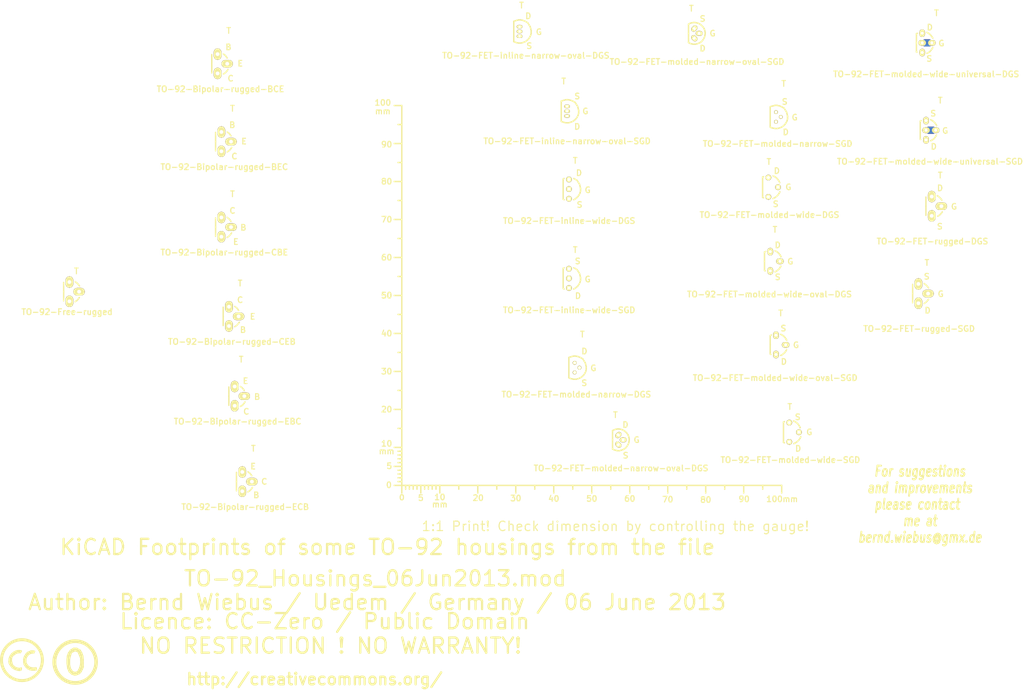
<source format=kicad_pcb>
(kicad_pcb (version 3) (host pcbnew "(2013-03-30 BZR 4007)-stable")

  (general
    (links 0)
    (no_connects 0)
    (area -31.443481 13.9736 290.081133 238.66762)
    (thickness 1.6002)
    (drawings 7)
    (tracks 0)
    (zones 0)
    (modules 26)
    (nets 1)
  )

  (page A4)
  (layers
    (15 Vorderseite signal)
    (0 Rückseite signal)
    (16 B.Adhes user)
    (17 F.Adhes user)
    (18 B.Paste user)
    (19 F.Paste user)
    (20 B.SilkS user)
    (21 F.SilkS user)
    (22 B.Mask user)
    (23 F.Mask user)
    (24 Dwgs.User user)
    (25 Cmts.User user)
    (26 Eco1.User user)
    (27 Eco2.User user)
    (28 Edge.Cuts user)
  )

  (setup
    (last_trace_width 0.2032)
    (trace_clearance 0.254)
    (zone_clearance 0.508)
    (zone_45_only no)
    (trace_min 0.2032)
    (segment_width 0.381)
    (edge_width 0.381)
    (via_size 0.889)
    (via_drill 0.635)
    (via_min_size 0.889)
    (via_min_drill 0.508)
    (uvia_size 0.508)
    (uvia_drill 0.127)
    (uvias_allowed no)
    (uvia_min_size 0.508)
    (uvia_min_drill 0.127)
    (pcb_text_width 0.3048)
    (pcb_text_size 1.524 2.032)
    (mod_edge_width 0.381)
    (mod_text_size 1.524 1.524)
    (mod_text_width 0.3048)
    (pad_size 1.524 1.524)
    (pad_drill 0.8128)
    (pad_to_mask_clearance 0.254)
    (aux_axis_origin 0 0)
    (visible_elements 7FFFFFFF)
    (pcbplotparams
      (layerselection 3178497)
      (usegerberextensions true)
      (excludeedgelayer true)
      (linewidth 60)
      (plotframeref false)
      (viasonmask false)
      (mode 1)
      (useauxorigin false)
      (hpglpennumber 1)
      (hpglpenspeed 20)
      (hpglpendiameter 15)
      (hpglpenoverlay 0)
      (psnegative false)
      (psa4output false)
      (plotreference true)
      (plotvalue true)
      (plotothertext true)
      (plotinvisibletext false)
      (padsonsilk false)
      (subtractmaskfromsilk false)
      (outputformat 1)
      (mirror false)
      (drillshape 1)
      (scaleselection 1)
      (outputdirectory ""))
  )

  (net 0 "")

  (net_class Default "Dies ist die voreingestellte Netzklasse."
    (clearance 0.254)
    (trace_width 0.2032)
    (via_dia 0.889)
    (via_drill 0.635)
    (uvia_dia 0.508)
    (uvia_drill 0.127)
    (add_net "")
  )

  (module Gauge_100mm_Type2_SilkScreenTop_RevA_Date22Jun2010 (layer Vorderseite) (tedit 4D963937) (tstamp 4D88F07A)
    (at 121 141.5)
    (descr "Gauge, Massstab, 100mm, SilkScreenTop, Type 2,")
    (tags "Gauge, Massstab, 100mm, SilkScreenTop, Type 2,")
    (path Gauge_100mm_Type2_SilkScreenTop_RevA_Date22Jun2010)
    (fp_text reference MSC (at 4.0005 8.99922) (layer F.SilkS) hide
      (effects (font (size 1.524 1.524) (thickness 0.3048)))
    )
    (fp_text value Gauge_100mm_Type2_SilkScreenTop_RevA_Date22Jun2010 (at 45.9994 8.99922) (layer F.SilkS) hide
      (effects (font (size 1.524 1.524) (thickness 0.3048)))
    )
    (fp_text user mm (at 9.99998 5.00126) (layer F.SilkS)
      (effects (font (size 1.524 1.524) (thickness 0.3048)))
    )
    (fp_text user mm (at -4.0005 -8.99922) (layer F.SilkS)
      (effects (font (size 1.524 1.524) (thickness 0.3048)))
    )
    (fp_text user mm (at -5.00126 -98.5012) (layer F.SilkS)
      (effects (font (size 1.524 1.524) (thickness 0.3048)))
    )
    (fp_text user 10 (at 10.00506 3.0988) (layer F.SilkS)
      (effects (font (size 1.50114 1.50114) (thickness 0.29972)))
    )
    (fp_text user 0 (at 0.00508 3.19786) (layer F.SilkS)
      (effects (font (size 1.39954 1.50114) (thickness 0.29972)))
    )
    (fp_text user 5 (at 5.0038 3.29946) (layer F.SilkS)
      (effects (font (size 1.50114 1.50114) (thickness 0.29972)))
    )
    (fp_text user 20 (at 20.1041 3.29946) (layer F.SilkS)
      (effects (font (size 1.50114 1.50114) (thickness 0.29972)))
    )
    (fp_text user 30 (at 30.00502 3.39852) (layer F.SilkS)
      (effects (font (size 1.50114 1.50114) (thickness 0.29972)))
    )
    (fp_text user 40 (at 40.005 3.50012) (layer F.SilkS)
      (effects (font (size 1.50114 1.50114) (thickness 0.29972)))
    )
    (fp_text user 50 (at 50.00498 3.50012) (layer F.SilkS)
      (effects (font (size 1.50114 1.50114) (thickness 0.29972)))
    )
    (fp_text user 60 (at 60.00496 3.50012) (layer F.SilkS)
      (effects (font (size 1.50114 1.50114) (thickness 0.29972)))
    )
    (fp_text user 70 (at 70.00494 3.70078) (layer F.SilkS)
      (effects (font (size 1.50114 1.50114) (thickness 0.29972)))
    )
    (fp_text user 80 (at 80.00492 3.79984) (layer F.SilkS)
      (effects (font (size 1.50114 1.50114) (thickness 0.29972)))
    )
    (fp_text user 90 (at 90.1065 3.60172) (layer F.SilkS)
      (effects (font (size 1.50114 1.50114) (thickness 0.29972)))
    )
    (fp_text user 100mm (at 100.10648 3.60172) (layer F.SilkS)
      (effects (font (size 1.50114 1.50114) (thickness 0.29972)))
    )
    (fp_line (start 0 -8.99922) (end -1.00076 -8.99922) (layer F.SilkS) (width 0.381))
    (fp_line (start 0 -8.001) (end -1.00076 -8.001) (layer F.SilkS) (width 0.381))
    (fp_line (start 0 -7.00024) (end -1.00076 -7.00024) (layer F.SilkS) (width 0.381))
    (fp_line (start 0 -5.99948) (end -1.00076 -5.99948) (layer F.SilkS) (width 0.381))
    (fp_line (start 0 -4.0005) (end -1.00076 -4.0005) (layer F.SilkS) (width 0.381))
    (fp_line (start 0 -2.99974) (end -1.00076 -2.99974) (layer F.SilkS) (width 0.381))
    (fp_line (start 0 -1.99898) (end -1.00076 -1.99898) (layer F.SilkS) (width 0.381))
    (fp_line (start 0 -1.00076) (end -1.00076 -1.00076) (layer F.SilkS) (width 0.381))
    (fp_line (start 0 0) (end -1.99898 0) (layer F.SilkS) (width 0.381))
    (fp_line (start 0 -5.00126) (end -1.99898 -5.00126) (layer F.SilkS) (width 0.381))
    (fp_line (start 0 -9.99998) (end -1.99898 -9.99998) (layer F.SilkS) (width 0.381))
    (fp_line (start 0 -15.00124) (end -1.00076 -15.00124) (layer F.SilkS) (width 0.381))
    (fp_line (start 0 -19.99996) (end -1.99898 -19.99996) (layer F.SilkS) (width 0.381))
    (fp_line (start 0 -25.00122) (end -1.00076 -25.00122) (layer F.SilkS) (width 0.381))
    (fp_line (start 0 -29.99994) (end -1.99898 -29.99994) (layer F.SilkS) (width 0.381))
    (fp_line (start 0 -35.0012) (end -1.00076 -35.0012) (layer F.SilkS) (width 0.381))
    (fp_line (start 0 -39.99992) (end -1.99898 -39.99992) (layer F.SilkS) (width 0.381))
    (fp_line (start 0 -45.00118) (end -1.00076 -45.00118) (layer F.SilkS) (width 0.381))
    (fp_line (start 0 -49.9999) (end -1.99898 -49.9999) (layer F.SilkS) (width 0.381))
    (fp_line (start 0 -55.00116) (end -1.00076 -55.00116) (layer F.SilkS) (width 0.381))
    (fp_line (start 0 -59.99988) (end -1.99898 -59.99988) (layer F.SilkS) (width 0.381))
    (fp_line (start 0 -65.00114) (end -1.00076 -65.00114) (layer F.SilkS) (width 0.381))
    (fp_line (start 0 -69.99986) (end -1.99898 -69.99986) (layer F.SilkS) (width 0.381))
    (fp_line (start 0 -75.00112) (end -1.00076 -75.00112) (layer F.SilkS) (width 0.381))
    (fp_line (start 0 -79.99984) (end -1.99898 -79.99984) (layer F.SilkS) (width 0.381))
    (fp_line (start 0 -85.0011) (end -1.00076 -85.0011) (layer F.SilkS) (width 0.381))
    (fp_line (start 0 -89.99982) (end -1.99898 -89.99982) (layer F.SilkS) (width 0.381))
    (fp_line (start 0 -95.00108) (end -1.00076 -95.00108) (layer F.SilkS) (width 0.381))
    (fp_line (start 0 0) (end 0 -99.9998) (layer F.SilkS) (width 0.381))
    (fp_line (start 0 -99.9998) (end -1.99898 -99.9998) (layer F.SilkS) (width 0.381))
    (fp_text user 100 (at -4.99872 -100.7491) (layer F.SilkS)
      (effects (font (size 1.50114 1.50114) (thickness 0.29972)))
    )
    (fp_text user 90 (at -4.0005 -89.7509) (layer F.SilkS)
      (effects (font (size 1.50114 1.50114) (thickness 0.29972)))
    )
    (fp_text user 80 (at -4.0005 -79.99984) (layer F.SilkS)
      (effects (font (size 1.50114 1.50114) (thickness 0.29972)))
    )
    (fp_text user 70 (at -4.0005 -69.99986) (layer F.SilkS)
      (effects (font (size 1.50114 1.50114) (thickness 0.29972)))
    )
    (fp_text user 60 (at -4.0005 -59.99988) (layer F.SilkS)
      (effects (font (size 1.50114 1.50114) (thickness 0.29972)))
    )
    (fp_text user 50 (at -4.0005 -49.9999) (layer F.SilkS)
      (effects (font (size 1.50114 1.50114) (thickness 0.34036)))
    )
    (fp_text user 40 (at -4.0005 -39.99992) (layer F.SilkS)
      (effects (font (size 1.50114 1.50114) (thickness 0.29972)))
    )
    (fp_text user 30 (at -4.0005 -29.99994) (layer F.SilkS)
      (effects (font (size 1.50114 1.50114) (thickness 0.29972)))
    )
    (fp_text user 20 (at -4.0005 -19.99996) (layer F.SilkS)
      (effects (font (size 1.50114 1.50114) (thickness 0.29972)))
    )
    (fp_line (start 95.00108 0) (end 95.00108 1.00076) (layer F.SilkS) (width 0.381))
    (fp_line (start 89.99982 0) (end 89.99982 1.99898) (layer F.SilkS) (width 0.381))
    (fp_line (start 85.0011 0) (end 85.0011 1.00076) (layer F.SilkS) (width 0.381))
    (fp_line (start 79.99984 0) (end 79.99984 1.99898) (layer F.SilkS) (width 0.381))
    (fp_line (start 75.00112 0) (end 75.00112 1.00076) (layer F.SilkS) (width 0.381))
    (fp_line (start 69.99986 0) (end 69.99986 1.99898) (layer F.SilkS) (width 0.381))
    (fp_line (start 65.00114 0) (end 65.00114 1.00076) (layer F.SilkS) (width 0.381))
    (fp_line (start 59.99988 0) (end 59.99988 1.99898) (layer F.SilkS) (width 0.381))
    (fp_line (start 55.00116 0) (end 55.00116 1.00076) (layer F.SilkS) (width 0.381))
    (fp_line (start 49.9999 0) (end 49.9999 1.99898) (layer F.SilkS) (width 0.381))
    (fp_line (start 45.00118 0) (end 45.00118 1.00076) (layer F.SilkS) (width 0.381))
    (fp_line (start 39.99992 0) (end 39.99992 1.99898) (layer F.SilkS) (width 0.381))
    (fp_line (start 35.0012 0) (end 35.0012 1.00076) (layer F.SilkS) (width 0.381))
    (fp_line (start 29.99994 0) (end 29.99994 1.99898) (layer F.SilkS) (width 0.381))
    (fp_line (start 25.00122 0) (end 25.00122 1.00076) (layer F.SilkS) (width 0.381))
    (fp_line (start 19.99996 0) (end 19.99996 1.99898) (layer F.SilkS) (width 0.381))
    (fp_line (start 15.00124 0) (end 15.00124 1.00076) (layer F.SilkS) (width 0.381))
    (fp_line (start 9.99998 0) (end 99.9998 0) (layer F.SilkS) (width 0.381))
    (fp_line (start 99.9998 0) (end 99.9998 1.99898) (layer F.SilkS) (width 0.381))
    (fp_text user 5 (at -3.302 -5.10286) (layer F.SilkS)
      (effects (font (size 1.50114 1.50114) (thickness 0.29972)))
    )
    (fp_text user 0 (at -3.4036 -0.10414) (layer F.SilkS)
      (effects (font (size 1.50114 1.50114) (thickness 0.29972)))
    )
    (fp_text user 10 (at -4.0005 -11.00074) (layer F.SilkS)
      (effects (font (size 1.50114 1.50114) (thickness 0.29972)))
    )
    (fp_line (start 8.99922 0) (end 8.99922 1.00076) (layer F.SilkS) (width 0.381))
    (fp_line (start 8.001 0) (end 8.001 1.00076) (layer F.SilkS) (width 0.381))
    (fp_line (start 7.00024 0) (end 7.00024 1.00076) (layer F.SilkS) (width 0.381))
    (fp_line (start 5.99948 0) (end 5.99948 1.00076) (layer F.SilkS) (width 0.381))
    (fp_line (start 4.0005 0) (end 4.0005 1.00076) (layer F.SilkS) (width 0.381))
    (fp_line (start 2.99974 0) (end 2.99974 1.00076) (layer F.SilkS) (width 0.381))
    (fp_line (start 1.99898 0) (end 1.99898 1.00076) (layer F.SilkS) (width 0.381))
    (fp_line (start 1.00076 0) (end 1.00076 1.00076) (layer F.SilkS) (width 0.381))
    (fp_line (start 5.00126 0) (end 5.00126 1.99898) (layer F.SilkS) (width 0.381))
    (fp_line (start 0 0) (end 0 1.99898) (layer F.SilkS) (width 0.381))
    (fp_line (start 0 0) (end 9.99998 0) (layer F.SilkS) (width 0.381))
    (fp_line (start 9.99998 0) (end 9.99998 1.99898) (layer F.SilkS) (width 0.381))
  )

  (module Symbol_CC-PublicDomain_SilkScreenTop_Big (layer Vorderseite) (tedit 515D641F) (tstamp 515F0B64)
    (at 35 188)
    (descr "Symbol, CC-PublicDomain, SilkScreen Top, Big,")
    (tags "Symbol, CC-PublicDomain, SilkScreen Top, Big,")
    (path Symbol_CC-Noncommercial_CopperTop_Big)
    (fp_text reference Sym (at 0.59944 -7.29996) (layer F.SilkS) hide
      (effects (font (size 1.524 1.524) (thickness 0.3048)))
    )
    (fp_text value Symbol_CC-PublicDomain_SilkScreenTop_Big (at 0.59944 8.001) (layer F.SilkS) hide
      (effects (font (size 1.524 1.524) (thickness 0.3048)))
    )
    (fp_circle (center 0 0) (end 5.8 -0.05) (layer F.SilkS) (width 0.381))
    (fp_circle (center 0 0) (end 5.5 0) (layer F.SilkS) (width 0.381))
    (fp_circle (center 0.05 0) (end 5.25 0) (layer F.SilkS) (width 0.381))
    (fp_line (start 1.1 -2.5) (end 1.4 -1.9) (layer F.SilkS) (width 0.381))
    (fp_line (start -1.8 1.2) (end -1.6 1.9) (layer F.SilkS) (width 0.381))
    (fp_line (start -1.6 1.9) (end -1.2 2.5) (layer F.SilkS) (width 0.381))
    (fp_line (start 0 -3) (end 0.75 -2.75) (layer F.SilkS) (width 0.381))
    (fp_line (start 0.75 -2.75) (end 1 -2.25) (layer F.SilkS) (width 0.381))
    (fp_line (start 1 -2.25) (end 1.5 -1) (layer F.SilkS) (width 0.381))
    (fp_line (start 1.5 -1) (end 1.5 -0.5) (layer F.SilkS) (width 0.381))
    (fp_line (start 1.5 -0.5) (end 1.5 0.5) (layer F.SilkS) (width 0.381))
    (fp_line (start 1.5 0.5) (end 1.25 1.5) (layer F.SilkS) (width 0.381))
    (fp_line (start 1.25 1.5) (end 0.75 2.5) (layer F.SilkS) (width 0.381))
    (fp_line (start 0.75 2.5) (end 0.25 2.75) (layer F.SilkS) (width 0.381))
    (fp_line (start 0.25 2.75) (end -0.25 2.75) (layer F.SilkS) (width 0.381))
    (fp_line (start -0.25 2.75) (end -0.75 2.5) (layer F.SilkS) (width 0.381))
    (fp_line (start -0.75 2.5) (end -1.25 1.75) (layer F.SilkS) (width 0.381))
    (fp_line (start -1.25 1.75) (end -1.5 0.75) (layer F.SilkS) (width 0.381))
    (fp_line (start -1.5 0.75) (end -1.5 -0.75) (layer F.SilkS) (width 0.381))
    (fp_line (start -1.5 -0.75) (end -1.25 -1.75) (layer F.SilkS) (width 0.381))
    (fp_line (start -1.25 -1.75) (end -1 -2.5) (layer F.SilkS) (width 0.381))
    (fp_line (start -1 -2.5) (end -0.3 -2.9) (layer F.SilkS) (width 0.381))
    (fp_line (start -0.3 -2.9) (end 0.2 -3) (layer F.SilkS) (width 0.381))
    (fp_line (start 0.2 -3) (end 0.8 -3) (layer F.SilkS) (width 0.381))
    (fp_line (start 0.8 -3) (end 1.4 -2.3) (layer F.SilkS) (width 0.381))
    (fp_line (start 1.4 -2.3) (end 1.6 -1.4) (layer F.SilkS) (width 0.381))
    (fp_line (start 1.6 -1.4) (end 1.7 -0.3) (layer F.SilkS) (width 0.381))
    (fp_line (start 1.7 -0.3) (end 1.7 0.9) (layer F.SilkS) (width 0.381))
    (fp_line (start 1.7 0.9) (end 1.4 1.8) (layer F.SilkS) (width 0.381))
    (fp_line (start 1.4 1.8) (end 1 2.7) (layer F.SilkS) (width 0.381))
    (fp_line (start 1 2.7) (end 0.5 3) (layer F.SilkS) (width 0.381))
    (fp_line (start 0.5 3) (end -0.4 3) (layer F.SilkS) (width 0.381))
    (fp_line (start -0.4 3) (end -1.3 2.3) (layer F.SilkS) (width 0.381))
    (fp_line (start -1.3 2.3) (end -1.7 1) (layer F.SilkS) (width 0.381))
    (fp_line (start -1.7 1) (end -1.8 -0.7) (layer F.SilkS) (width 0.381))
    (fp_line (start -1.8 -0.7) (end -1.4 -2.2) (layer F.SilkS) (width 0.381))
    (fp_line (start -1.4 -2.2) (end -1 -2.9) (layer F.SilkS) (width 0.381))
    (fp_line (start -1 -2.9) (end -0.2 -3.3) (layer F.SilkS) (width 0.381))
    (fp_line (start -0.2 -3.3) (end 0.7 -3.2) (layer F.SilkS) (width 0.381))
    (fp_line (start 0.7 -3.2) (end 1.3 -3.1) (layer F.SilkS) (width 0.381))
    (fp_line (start 1.3 -3.1) (end 1.7 -2.4) (layer F.SilkS) (width 0.381))
    (fp_line (start 1.7 -2.4) (end 2 -1.6) (layer F.SilkS) (width 0.381))
    (fp_line (start 2 -1.6) (end 2.1 -0.6) (layer F.SilkS) (width 0.381))
    (fp_line (start 2.1 -0.6) (end 2.1 0.3) (layer F.SilkS) (width 0.381))
    (fp_line (start 2.1 0.3) (end 2.1 1.3) (layer F.SilkS) (width 0.381))
    (fp_line (start 2.1 1.3) (end 1.9 1.8) (layer F.SilkS) (width 0.381))
    (fp_line (start 1.9 1.8) (end 1.5 2.6) (layer F.SilkS) (width 0.381))
    (fp_line (start 1.5 2.6) (end 1.1 3) (layer F.SilkS) (width 0.381))
    (fp_line (start 1.1 3) (end 0.4 3.3) (layer F.SilkS) (width 0.381))
    (fp_line (start 0.4 3.3) (end -0.1 3.4) (layer F.SilkS) (width 0.381))
    (fp_line (start -0.1 3.4) (end -0.8 3.2) (layer F.SilkS) (width 0.381))
    (fp_line (start -0.8 3.2) (end -1.5 2.6) (layer F.SilkS) (width 0.381))
    (fp_line (start -1.5 2.6) (end -1.9 1.7) (layer F.SilkS) (width 0.381))
    (fp_line (start -1.9 1.7) (end -2.1 0.4) (layer F.SilkS) (width 0.381))
    (fp_line (start -2.1 0.4) (end -2.1 -0.6) (layer F.SilkS) (width 0.381))
    (fp_line (start -2.1 -0.6) (end -2 -1.6) (layer F.SilkS) (width 0.381))
    (fp_line (start -2 -1.6) (end -1.7 -2.4) (layer F.SilkS) (width 0.381))
    (fp_line (start -1.7 -2.4) (end -1.2 -3.1) (layer F.SilkS) (width 0.381))
    (fp_line (start -1.2 -3.1) (end -0.4 -3.6) (layer F.SilkS) (width 0.381))
    (fp_line (start -0.4 -3.6) (end 0.4 -3.6) (layer F.SilkS) (width 0.381))
    (fp_line (start 0.4 -3.6) (end 1.1 -3.2) (layer F.SilkS) (width 0.381))
    (fp_line (start 1.1 -3.2) (end 1.1 -2.9) (layer F.SilkS) (width 0.381))
    (fp_line (start 1.1 -2.9) (end 1.8 -1.5) (layer F.SilkS) (width 0.381))
    (fp_line (start 1.8 -1.5) (end 1.8 -0.4) (layer F.SilkS) (width 0.381))
    (fp_line (start 1.8 -0.4) (end 1.8 1.1) (layer F.SilkS) (width 0.381))
    (fp_line (start 1.8 1.1) (end 1.2 2.6) (layer F.SilkS) (width 0.381))
    (fp_line (start 1.2 2.6) (end 0.2 3.2) (layer F.SilkS) (width 0.381))
    (fp_line (start 0.2 3.2) (end -0.5 3.2) (layer F.SilkS) (width 0.381))
    (fp_line (start -0.5 3.2) (end -1.1 2.7) (layer F.SilkS) (width 0.381))
    (fp_line (start -1.1 2.7) (end -1.9 0.6) (layer F.SilkS) (width 0.381))
    (fp_line (start -1.9 0.6) (end -1.7 -1.9) (layer F.SilkS) (width 0.381))
  )

  (module Symbol_CreativeCommons_SilkScreenTop_Type2_Big (layer Vorderseite) (tedit 515D640C) (tstamp 515F46B2)
    (at 21 187.5)
    (descr "Symbol, Creative Commons, SilkScreen Top, Type 2, Big,")
    (tags "Symbol, Creative Commons, SilkScreen Top, Type 2, Big,")
    (path Symbol_CreativeCommons_CopperTop_Type2_Big)
    (fp_text reference Sym (at 0.59944 -7.29996) (layer F.SilkS) hide
      (effects (font (size 1.524 1.524) (thickness 0.3048)))
    )
    (fp_text value Symbol_CreativeCommons_Typ2_SilkScreenTop_Big (at 0.59944 8.001) (layer F.SilkS) hide
      (effects (font (size 1.524 1.524) (thickness 0.3048)))
    )
    (fp_line (start -0.70104 2.70002) (end -0.29972 2.60096) (layer F.SilkS) (width 0.381))
    (fp_line (start -0.29972 2.60096) (end -0.20066 2.10058) (layer F.SilkS) (width 0.381))
    (fp_line (start -2.49936 -1.69926) (end -2.70002 -1.6002) (layer F.SilkS) (width 0.381))
    (fp_line (start -2.70002 -1.6002) (end -3.0988 -1.00076) (layer F.SilkS) (width 0.381))
    (fp_line (start -3.0988 -1.00076) (end -3.29946 -0.50038) (layer F.SilkS) (width 0.381))
    (fp_line (start -3.29946 -0.50038) (end -3.40106 0.39878) (layer F.SilkS) (width 0.381))
    (fp_line (start -3.40106 0.39878) (end -3.29946 0.89916) (layer F.SilkS) (width 0.381))
    (fp_line (start -0.19812 2.4003) (end -0.29718 2.59842) (layer F.SilkS) (width 0.381))
    (fp_line (start 3.70078 2.10058) (end 3.79984 2.4003) (layer F.SilkS) (width 0.381))
    (fp_line (start 2.99974 -2.4003) (end 3.29946 -2.30124) (layer F.SilkS) (width 0.381))
    (fp_line (start 3.29946 -2.30124) (end 3.0988 -1.99898) (layer F.SilkS) (width 0.381))
    (fp_line (start 0 -5.40004) (end -0.50038 -5.40004) (layer F.SilkS) (width 0.381))
    (fp_line (start -0.50038 -5.40004) (end -1.30048 -5.10032) (layer F.SilkS) (width 0.381))
    (fp_line (start -1.30048 -5.10032) (end -1.99898 -4.89966) (layer F.SilkS) (width 0.381))
    (fp_line (start -1.99898 -4.89966) (end -2.70002 -4.699) (layer F.SilkS) (width 0.381))
    (fp_line (start -2.70002 -4.699) (end -3.29946 -4.20116) (layer F.SilkS) (width 0.381))
    (fp_line (start -3.29946 -4.20116) (end -4.0005 -3.59918) (layer F.SilkS) (width 0.381))
    (fp_line (start -4.0005 -3.59918) (end -4.50088 -2.99974) (layer F.SilkS) (width 0.381))
    (fp_line (start -4.50088 -2.99974) (end -5.00126 -2.10058) (layer F.SilkS) (width 0.381))
    (fp_line (start -5.00126 -2.10058) (end -5.30098 -1.09982) (layer F.SilkS) (width 0.381))
    (fp_line (start -5.30098 -1.09982) (end -5.40004 0.09906) (layer F.SilkS) (width 0.381))
    (fp_line (start -5.40004 0.09906) (end -5.19938 1.30048) (layer F.SilkS) (width 0.381))
    (fp_line (start -5.19938 1.30048) (end -4.8006 2.4003) (layer F.SilkS) (width 0.381))
    (fp_line (start -4.8006 2.4003) (end -3.79984 3.8989) (layer F.SilkS) (width 0.381))
    (fp_line (start -3.79984 3.8989) (end -2.60096 4.8006) (layer F.SilkS) (width 0.381))
    (fp_line (start -2.60096 4.8006) (end -1.30048 5.30098) (layer F.SilkS) (width 0.381))
    (fp_line (start -1.30048 5.30098) (end 0.09906 5.30098) (layer F.SilkS) (width 0.381))
    (fp_line (start 0.09906 5.30098) (end 1.6002 5.19938) (layer F.SilkS) (width 0.381))
    (fp_line (start 1.6002 5.19938) (end 2.60096 4.699) (layer F.SilkS) (width 0.381))
    (fp_line (start 2.60096 4.699) (end 4.20116 3.40106) (layer F.SilkS) (width 0.381))
    (fp_line (start 4.20116 3.40106) (end 5.00126 1.80086) (layer F.SilkS) (width 0.381))
    (fp_line (start 5.00126 1.80086) (end 5.40004 0.29972) (layer F.SilkS) (width 0.381))
    (fp_line (start 5.40004 0.29972) (end 5.19938 -1.39954) (layer F.SilkS) (width 0.381))
    (fp_line (start 5.19938 -1.39954) (end 4.699 -2.49936) (layer F.SilkS) (width 0.381))
    (fp_line (start 4.699 -2.49936) (end 3.40106 -4.09956) (layer F.SilkS) (width 0.381))
    (fp_line (start 3.40106 -4.09956) (end 2.4003 -4.8006) (layer F.SilkS) (width 0.381))
    (fp_line (start 2.4003 -4.8006) (end 1.39954 -5.19938) (layer F.SilkS) (width 0.381))
    (fp_line (start 1.39954 -5.19938) (end 0 -5.30098) (layer F.SilkS) (width 0.381))
    (fp_line (start 0.60198 -0.70104) (end 0.50292 -0.20066) (layer F.SilkS) (width 0.381))
    (fp_line (start 0.50292 -0.20066) (end 0.50292 0.49784) (layer F.SilkS) (width 0.381))
    (fp_line (start 0.50292 0.49784) (end 0.60198 1.09982) (layer F.SilkS) (width 0.381))
    (fp_line (start 0.60198 1.09982) (end 1.00076 1.69926) (layer F.SilkS) (width 0.381))
    (fp_line (start 1.00076 1.69926) (end 1.50114 2.19964) (layer F.SilkS) (width 0.381))
    (fp_line (start 1.50114 2.19964) (end 2.10058 2.49936) (layer F.SilkS) (width 0.381))
    (fp_line (start 2.10058 2.49936) (end 2.60096 2.59842) (layer F.SilkS) (width 0.381))
    (fp_line (start 2.60096 2.59842) (end 3.00228 2.59842) (layer F.SilkS) (width 0.381))
    (fp_line (start 3.00228 2.59842) (end 3.40106 2.59842) (layer F.SilkS) (width 0.381))
    (fp_line (start 3.40106 2.59842) (end 3.80238 2.49936) (layer F.SilkS) (width 0.381))
    (fp_line (start 3.80238 2.49936) (end 3.70078 2.2987) (layer F.SilkS) (width 0.381))
    (fp_line (start 3.70078 2.2987) (end 2.80162 2.4003) (layer F.SilkS) (width 0.381))
    (fp_line (start 2.80162 2.4003) (end 1.80086 2.09804) (layer F.SilkS) (width 0.381))
    (fp_line (start 1.80086 2.09804) (end 1.20142 1.6002) (layer F.SilkS) (width 0.381))
    (fp_line (start 1.20142 1.6002) (end 0.80264 0.6985) (layer F.SilkS) (width 0.381))
    (fp_line (start 0.80264 0.6985) (end 0.70104 -0.29972) (layer F.SilkS) (width 0.381))
    (fp_line (start 0.70104 -0.29972) (end 1.00076 -1.00076) (layer F.SilkS) (width 0.381))
    (fp_line (start 1.00076 -1.00076) (end 1.60274 -1.7018) (layer F.SilkS) (width 0.381))
    (fp_line (start 1.60274 -1.7018) (end 2.30124 -2.10058) (layer F.SilkS) (width 0.381))
    (fp_line (start 2.30124 -2.10058) (end 3.00228 -2.10058) (layer F.SilkS) (width 0.381))
    (fp_line (start 3.00228 -2.10058) (end 3.10134 -1.89992) (layer F.SilkS) (width 0.381))
    (fp_line (start 3.10134 -1.89992) (end 2.5019 -1.89992) (layer F.SilkS) (width 0.381))
    (fp_line (start 2.5019 -1.89992) (end 1.80086 -1.6002) (layer F.SilkS) (width 0.381))
    (fp_line (start 1.80086 -1.6002) (end 1.30048 -1.00076) (layer F.SilkS) (width 0.381))
    (fp_line (start 1.30048 -1.00076) (end 1.00076 -0.40132) (layer F.SilkS) (width 0.381))
    (fp_line (start 1.00076 -0.40132) (end 1.00076 0.09906) (layer F.SilkS) (width 0.381))
    (fp_line (start 1.00076 0.09906) (end 1.00076 0.6985) (layer F.SilkS) (width 0.381))
    (fp_line (start 1.00076 0.6985) (end 1.30048 1.19888) (layer F.SilkS) (width 0.381))
    (fp_line (start 1.30048 1.19888) (end 1.7018 1.69926) (layer F.SilkS) (width 0.381))
    (fp_line (start 1.7018 1.69926) (end 2.30124 1.99898) (layer F.SilkS) (width 0.381))
    (fp_line (start 2.30124 1.99898) (end 2.90068 2.09804) (layer F.SilkS) (width 0.381))
    (fp_line (start 2.90068 2.09804) (end 3.40106 2.09804) (layer F.SilkS) (width 0.381))
    (fp_line (start 3.40106 2.09804) (end 3.70078 1.99898) (layer F.SilkS) (width 0.381))
    (fp_line (start 3.00228 -2.4003) (end 2.40284 -2.4003) (layer F.SilkS) (width 0.381))
    (fp_line (start 2.40284 -2.4003) (end 2.00152 -2.20218) (layer F.SilkS) (width 0.381))
    (fp_line (start 2.00152 -2.20218) (end 1.50114 -2.00152) (layer F.SilkS) (width 0.381))
    (fp_line (start 1.50114 -2.00152) (end 1.10236 -1.6002) (layer F.SilkS) (width 0.381))
    (fp_line (start 1.10236 -1.6002) (end 0.80264 -1.09982) (layer F.SilkS) (width 0.381))
    (fp_line (start 0.80264 -1.09982) (end 0.60198 -0.70104) (layer F.SilkS) (width 0.381))
    (fp_line (start -0.39878 -1.99898) (end -0.89916 -1.99898) (layer F.SilkS) (width 0.381))
    (fp_line (start -0.89916 -1.99898) (end -1.39954 -1.89738) (layer F.SilkS) (width 0.381))
    (fp_line (start -1.39954 -1.89738) (end -1.89992 -1.59766) (layer F.SilkS) (width 0.381))
    (fp_line (start -1.89992 -1.59766) (end -2.4003 -1.19888) (layer F.SilkS) (width 0.381))
    (fp_line (start -2.4003 -1.30048) (end -2.70002 -0.8001) (layer F.SilkS) (width 0.381))
    (fp_line (start -2.70002 -0.8001) (end -2.79908 -0.29972) (layer F.SilkS) (width 0.381))
    (fp_line (start -2.79908 -0.29972) (end -2.79908 0.20066) (layer F.SilkS) (width 0.381))
    (fp_line (start -2.79908 0.20066) (end -2.59842 1.00076) (layer F.SilkS) (width 0.381))
    (fp_line (start -2.69748 1.00076) (end -2.39776 1.39954) (layer F.SilkS) (width 0.381))
    (fp_line (start -2.29616 1.4986) (end -1.79578 1.89992) (layer F.SilkS) (width 0.381))
    (fp_line (start -1.79578 1.89992) (end -1.29794 2.09804) (layer F.SilkS) (width 0.381))
    (fp_line (start -1.29794 2.09804) (end -0.89662 2.19964) (layer F.SilkS) (width 0.381))
    (fp_line (start -0.89662 2.19964) (end -0.49784 2.19964) (layer F.SilkS) (width 0.381))
    (fp_line (start -0.49784 2.19964) (end -0.19812 2.09804) (layer F.SilkS) (width 0.381))
    (fp_line (start -0.19812 2.09804) (end -0.29718 2.4003) (layer F.SilkS) (width 0.381))
    (fp_line (start -0.29718 2.4003) (end -0.89662 2.49936) (layer F.SilkS) (width 0.381))
    (fp_line (start -0.89662 2.49936) (end -1.59766 2.2987) (layer F.SilkS) (width 0.381))
    (fp_line (start -1.59766 2.2987) (end -2.29616 1.79832) (layer F.SilkS) (width 0.381))
    (fp_line (start -2.29616 1.79832) (end -2.79654 1.29794) (layer F.SilkS) (width 0.381))
    (fp_line (start -2.79908 1.39954) (end -2.99974 0.70104) (layer F.SilkS) (width 0.381))
    (fp_line (start -2.99974 0.70104) (end -3.0988 0) (layer F.SilkS) (width 0.381))
    (fp_line (start -3.0988 0) (end -2.99974 -0.59944) (layer F.SilkS) (width 0.381))
    (fp_line (start -2.99974 -0.8001) (end -2.70002 -1.30048) (layer F.SilkS) (width 0.381))
    (fp_line (start -2.70002 -1.09982) (end -2.19964 -1.6002) (layer F.SilkS) (width 0.381))
    (fp_line (start -2.19964 -1.69926) (end -1.69926 -1.99898) (layer F.SilkS) (width 0.381))
    (fp_line (start -1.69926 -1.99898) (end -1.19888 -2.19964) (layer F.SilkS) (width 0.381))
    (fp_line (start -1.19888 -2.19964) (end -0.6985 -2.19964) (layer F.SilkS) (width 0.381))
    (fp_line (start -0.6985 -2.19964) (end -0.29972 -2.19964) (layer F.SilkS) (width 0.381))
    (fp_line (start -0.29972 -2.19964) (end -0.20066 -2.39776) (layer F.SilkS) (width 0.381))
    (fp_line (start -0.20066 -2.39776) (end -0.59944 -2.49936) (layer F.SilkS) (width 0.381))
    (fp_line (start -0.59944 -2.49936) (end -1.00076 -2.49936) (layer F.SilkS) (width 0.381))
    (fp_line (start -1.00076 -2.49936) (end -1.4986 -2.39776) (layer F.SilkS) (width 0.381))
    (fp_line (start -1.4986 -2.39776) (end -2.10058 -2.09804) (layer F.SilkS) (width 0.381))
    (fp_line (start -2.10058 -2.09804) (end -2.59842 -1.69926) (layer F.SilkS) (width 0.381))
    (fp_line (start -2.59842 -1.6002) (end -3.0988 -0.89916) (layer F.SilkS) (width 0.381))
    (fp_line (start -3.0988 -0.89916) (end -3.29946 -0.29972) (layer F.SilkS) (width 0.381))
    (fp_line (start -3.29946 -0.29972) (end -3.29946 0.40132) (layer F.SilkS) (width 0.381))
    (fp_line (start -3.29946 0.40132) (end -3.2004 1.00076) (layer F.SilkS) (width 0.381))
    (fp_line (start -3.29946 0.8001) (end -2.99974 1.39954) (layer F.SilkS) (width 0.381))
    (fp_line (start -2.89814 1.4986) (end -2.49682 1.99898) (layer F.SilkS) (width 0.381))
    (fp_line (start -2.49682 1.99898) (end -1.89738 2.4003) (layer F.SilkS) (width 0.381))
    (fp_line (start -1.89738 2.4003) (end -1.19634 2.59842) (layer F.SilkS) (width 0.381))
    (fp_line (start -1.19634 2.59842) (end -0.69596 2.70002) (layer F.SilkS) (width 0.381))
    (fp_line (start -2.9972 1.19888) (end -2.59842 1.19888) (layer F.SilkS) (width 0.381))
    (fp_circle (center 0 0) (end 5.08 1.016) (layer F.SilkS) (width 0.381))
    (fp_circle (center 0 0) (end 5.588 0) (layer F.SilkS) (width 0.381))
  )

  (module TO-92-Bipolar-rugged-BCE (layer Vorderseite) (tedit 4BAFA068) (tstamp 51B07FCB)
    (at 72.5 30.5)
    (descr "TO-92, Bipolar, rugged, BCE,")
    (tags "TO-92, Bipolar, rugged, BCE,")
    (fp_text reference T (at 2.921 -8.6995) (layer F.SilkS)
      (effects (font (size 1.524 1.524) (thickness 0.3048)))
    )
    (fp_text value TO-92-Bipolar-rugged-BCE (at 0.762 6.6675) (layer F.SilkS)
      (effects (font (size 1.524 1.524) (thickness 0.3048)))
    )
    (fp_line (start 2.5273 1.8288) (end 2.1463 2.2733) (layer F.SilkS) (width 0.381))
    (fp_line (start 2.1463 2.2733) (end 1.8288 2.5273) (layer F.SilkS) (width 0.381))
    (fp_line (start 1.8288 2.5273) (end 1.5113 2.7178) (layer F.SilkS) (width 0.381))
    (fp_line (start 2.7178 1.5113) (end 2.5273 1.8288) (layer F.SilkS) (width 0.381))
    (fp_line (start 1.4986 -2.5908) (end 2.0066 -2.2098) (layer F.SilkS) (width 0.381))
    (fp_line (start 2.0066 -2.2098) (end 2.3241 -1.8288) (layer F.SilkS) (width 0.381))
    (fp_line (start 2.3241 -1.8288) (end 2.5146 -1.5113) (layer F.SilkS) (width 0.381))
    (fp_text user E (at 5.969 -0.0635) (layer F.SilkS)
      (effects (font (size 1.50114 1.50114) (thickness 0.29972)))
    )
    (fp_text user B (at 2.8575 -4.3815) (layer F.SilkS)
      (effects (font (size 1.50114 1.50114) (thickness 0.29972)))
    )
    (fp_text user C (at 3.429 3.8735) (layer F.SilkS)
      (effects (font (size 1.50114 1.50114) (thickness 0.29972)))
    )
    (fp_line (start -1.524 0) (end -1.524 2.413) (layer F.SilkS) (width 0.381))
    (fp_line (start -1.524 0) (end -1.524 -2.413) (layer F.SilkS) (width 0.381))
    (pad E thru_hole oval (at 2.54 0) (size 2.99974 1.99898) (drill 1.00076)
      (layers *.Cu *.Mask F.SilkS)
    )
    (pad B thru_hole oval (at 0 -2.54) (size 1.99898 2.99974) (drill 1.00076)
      (layers *.Cu *.Mask F.SilkS)
    )
    (pad C thru_hole oval (at 0 2.54) (size 1.99898 2.99974) (drill 1.00076)
      (layers *.Cu *.Mask F.SilkS)
    )
  )

  (module TO-92-Bipolar-rugged-BEC (layer Vorderseite) (tedit 4BAFA0D9) (tstamp 51B0808F)
    (at 73.5 51)
    (descr "TO-92, Bipolar, rugged, BEC,")
    (tags "TO-92, Bipolar, rugged, BEC,")
    (fp_text reference T (at 2.921 -8.6995) (layer F.SilkS)
      (effects (font (size 1.524 1.524) (thickness 0.3048)))
    )
    (fp_text value TO-92-Bipolar-rugged-BEC (at 0.762 6.6675) (layer F.SilkS)
      (effects (font (size 1.524 1.524) (thickness 0.3048)))
    )
    (fp_line (start 2.5273 1.8288) (end 2.1463 2.2733) (layer F.SilkS) (width 0.381))
    (fp_line (start 2.1463 2.2733) (end 1.8288 2.5273) (layer F.SilkS) (width 0.381))
    (fp_line (start 1.8288 2.5273) (end 1.5113 2.7178) (layer F.SilkS) (width 0.381))
    (fp_line (start 2.7178 1.5113) (end 2.5273 1.8288) (layer F.SilkS) (width 0.381))
    (fp_line (start 1.524 -2.5527) (end 2.032 -2.1717) (layer F.SilkS) (width 0.381))
    (fp_line (start 2.032 -2.1717) (end 2.3495 -1.7907) (layer F.SilkS) (width 0.381))
    (fp_line (start 2.3495 -1.7907) (end 2.54 -1.4732) (layer F.SilkS) (width 0.381))
    (fp_text user E (at 5.969 -0.0635) (layer F.SilkS)
      (effects (font (size 1.50114 1.50114) (thickness 0.29972)))
    )
    (fp_text user B (at 2.8575 -4.3815) (layer F.SilkS)
      (effects (font (size 1.50114 1.50114) (thickness 0.29972)))
    )
    (fp_text user C (at 3.429 3.8735) (layer F.SilkS)
      (effects (font (size 1.50114 1.50114) (thickness 0.29972)))
    )
    (fp_line (start -1.524 0) (end -1.524 2.413) (layer F.SilkS) (width 0.381))
    (fp_line (start -1.524 0) (end -1.524 -2.413) (layer F.SilkS) (width 0.381))
    (pad E thru_hole oval (at 2.54 0) (size 2.99974 1.99898) (drill 1.00076)
      (layers *.Cu *.Mask F.SilkS)
    )
    (pad B thru_hole oval (at 0 -2.54) (size 1.99898 2.99974) (drill 1.00076)
      (layers *.Cu *.Mask F.SilkS)
    )
    (pad C thru_hole oval (at 0 2.54) (size 1.99898 2.99974) (drill 1.00076)
      (layers *.Cu *.Mask F.SilkS)
    )
  )

  (module TO-92-Bipolar-rugged-CBE (layer Vorderseite) (tedit 4BAFA145) (tstamp 51B08153)
    (at 73.5 73.5)
    (descr "TO-92, Bipolar, rugged, CBE,")
    (tags "TO-92, Bipolar, rugged, CBE,")
    (fp_text reference T (at 2.921 -8.6995) (layer F.SilkS)
      (effects (font (size 1.524 1.524) (thickness 0.3048)))
    )
    (fp_text value TO-92-Bipolar-rugged-CBE (at 0.762 6.6675) (layer F.SilkS)
      (effects (font (size 1.524 1.524) (thickness 0.3048)))
    )
    (fp_line (start 2.4892 1.8288) (end 2.1082 2.2733) (layer F.SilkS) (width 0.381))
    (fp_line (start 2.1082 2.2733) (end 1.7907 2.5273) (layer F.SilkS) (width 0.381))
    (fp_line (start 1.7907 2.5273) (end 1.4732 2.7178) (layer F.SilkS) (width 0.381))
    (fp_line (start 2.6797 1.5113) (end 2.4892 1.8288) (layer F.SilkS) (width 0.381))
    (fp_line (start 1.4986 -2.5781) (end 2.0066 -2.1971) (layer F.SilkS) (width 0.381))
    (fp_line (start 2.0066 -2.1971) (end 2.3241 -1.8161) (layer F.SilkS) (width 0.381))
    (fp_line (start 2.3241 -1.8161) (end 2.5146 -1.4986) (layer F.SilkS) (width 0.381))
    (fp_text user E (at 3.81 3.8735) (layer F.SilkS)
      (effects (font (size 1.50114 1.50114) (thickness 0.29972)))
    )
    (fp_text user B (at 5.7785 0.127) (layer F.SilkS)
      (effects (font (size 1.50114 1.50114) (thickness 0.29972)))
    )
    (fp_text user C (at 2.921 -4.318) (layer F.SilkS)
      (effects (font (size 1.50114 1.50114) (thickness 0.29972)))
    )
    (fp_line (start -1.524 0) (end -1.524 2.413) (layer F.SilkS) (width 0.381))
    (fp_line (start -1.524 0) (end -1.524 -2.413) (layer F.SilkS) (width 0.381))
    (pad B thru_hole oval (at 2.54 0) (size 2.99974 1.99898) (drill 1.00076)
      (layers *.Cu *.Mask F.SilkS)
    )
    (pad C thru_hole oval (at 0 -2.54) (size 1.99898 2.99974) (drill 1.00076)
      (layers *.Cu *.Mask F.SilkS)
    )
    (pad E thru_hole oval (at 0 2.54) (size 1.99898 2.99974) (drill 1.00076)
      (layers *.Cu *.Mask F.SilkS)
    )
  )

  (module TO-92-Bipolar-rugged-CEB (layer Vorderseite) (tedit 4BAFA1C5) (tstamp 51B08217)
    (at 75.5 97)
    (descr "TO-92, Bipolar, rugged, CEB,")
    (tags "TO-92, Bipolar, rugged, CEB,")
    (fp_text reference T (at 2.921 -8.6995) (layer F.SilkS)
      (effects (font (size 1.524 1.524) (thickness 0.3048)))
    )
    (fp_text value TO-92-Bipolar-rugged-CEB (at 0.762 6.6675) (layer F.SilkS)
      (effects (font (size 1.524 1.524) (thickness 0.3048)))
    )
    (fp_line (start 2.5273 1.8288) (end 2.1463 2.2733) (layer F.SilkS) (width 0.381))
    (fp_line (start 2.1463 2.2733) (end 1.8288 2.5273) (layer F.SilkS) (width 0.381))
    (fp_line (start 1.8288 2.5273) (end 1.5113 2.7178) (layer F.SilkS) (width 0.381))
    (fp_line (start 2.7178 1.5113) (end 2.5273 1.8288) (layer F.SilkS) (width 0.381))
    (fp_line (start 1.524 -2.6162) (end 2.032 -2.2352) (layer F.SilkS) (width 0.381))
    (fp_line (start 2.032 -2.2352) (end 2.3495 -1.8542) (layer F.SilkS) (width 0.381))
    (fp_line (start 2.3495 -1.8542) (end 2.54 -1.5367) (layer F.SilkS) (width 0.381))
    (fp_text user E (at 6.223 0.0635) (layer F.SilkS)
      (effects (font (size 1.50114 1.50114) (thickness 0.29972)))
    )
    (fp_text user B (at 3.683 3.556) (layer F.SilkS)
      (effects (font (size 1.50114 1.50114) (thickness 0.29972)))
    )
    (fp_text user C (at 2.921 -4.318) (layer F.SilkS)
      (effects (font (size 1.50114 1.50114) (thickness 0.29972)))
    )
    (fp_line (start -1.524 0) (end -1.524 2.413) (layer F.SilkS) (width 0.381))
    (fp_line (start -1.524 0) (end -1.524 -2.413) (layer F.SilkS) (width 0.381))
    (pad E thru_hole oval (at 2.54 0) (size 2.99974 1.99898) (drill 1.00076)
      (layers *.Cu *.Mask F.SilkS)
    )
    (pad C thru_hole oval (at 0 -2.54) (size 1.99898 2.99974) (drill 1.00076)
      (layers *.Cu *.Mask F.SilkS)
    )
    (pad B thru_hole oval (at 0 2.54) (size 1.99898 2.99974) (drill 1.00076)
      (layers *.Cu *.Mask F.SilkS)
    )
  )

  (module TO-92-Bipolar-rugged-EBC (layer Vorderseite) (tedit 4BAFA22E) (tstamp 51B082DB)
    (at 77 118)
    (descr "TO-92, Bipolar, rugged, EBC,")
    (tags "TO-92, Bipolar, rugged, EBC,")
    (fp_text reference T (at 1.7145 -9.652) (layer F.SilkS)
      (effects (font (size 1.524 1.524) (thickness 0.3048)))
    )
    (fp_text value TO-92-Bipolar-rugged-EBC (at 0.762 6.6675) (layer F.SilkS)
      (effects (font (size 1.524 1.524) (thickness 0.3048)))
    )
    (fp_line (start 2.5273 1.8288) (end 2.1463 2.2733) (layer F.SilkS) (width 0.381))
    (fp_line (start 2.1463 2.2733) (end 1.8288 2.5273) (layer F.SilkS) (width 0.381))
    (fp_line (start 1.8288 2.5273) (end 1.5113 2.7178) (layer F.SilkS) (width 0.381))
    (fp_line (start 2.7178 1.5113) (end 2.5273 1.8288) (layer F.SilkS) (width 0.381))
    (fp_line (start 1.4986 -2.5527) (end 2.0066 -2.1717) (layer F.SilkS) (width 0.381))
    (fp_line (start 2.0066 -2.1717) (end 2.3241 -1.7907) (layer F.SilkS) (width 0.381))
    (fp_line (start 2.3241 -1.7907) (end 2.5146 -1.4732) (layer F.SilkS) (width 0.381))
    (fp_text user E (at 2.8575 -4.0005) (layer F.SilkS)
      (effects (font (size 1.50114 1.50114) (thickness 0.29972)))
    )
    (fp_text user B (at 5.9055 0.1905) (layer F.SilkS)
      (effects (font (size 1.50114 1.50114) (thickness 0.29972)))
    )
    (fp_text user C (at 3.048 4.064) (layer F.SilkS)
      (effects (font (size 1.50114 1.50114) (thickness 0.29972)))
    )
    (fp_line (start -1.524 0) (end -1.524 2.413) (layer F.SilkS) (width 0.381))
    (fp_line (start -1.524 0) (end -1.524 -2.413) (layer F.SilkS) (width 0.381))
    (pad B thru_hole oval (at 2.54 0) (size 2.99974 1.99898) (drill 1.00076)
      (layers *.Cu *.Mask F.SilkS)
    )
    (pad E thru_hole oval (at 0 -2.54) (size 1.99898 2.99974) (drill 1.00076)
      (layers *.Cu *.Mask F.SilkS)
    )
    (pad C thru_hole oval (at 0 2.54) (size 1.99898 2.99974) (drill 1.00076)
      (layers *.Cu *.Mask F.SilkS)
    )
  )

  (module TO-92-Bipolar-rugged-ECB (layer Vorderseite) (tedit 4BAFA28D) (tstamp 51B0839F)
    (at 79 140.5)
    (descr "TO-92, Bipolar, rugged, ECB,")
    (tags "TO-92, Bipolar, rugged, ECB,")
    (fp_text reference T (at 2.921 -8.6995) (layer F.SilkS)
      (effects (font (size 1.524 1.524) (thickness 0.3048)))
    )
    (fp_text value TO-92-Bipolar-rugged-ECB (at 0.762 6.6675) (layer F.SilkS)
      (effects (font (size 1.524 1.524) (thickness 0.3048)))
    )
    (fp_line (start 2.4892 1.8288) (end 2.1082 2.2733) (layer F.SilkS) (width 0.381))
    (fp_line (start 2.1082 2.2733) (end 1.7907 2.5273) (layer F.SilkS) (width 0.381))
    (fp_line (start 1.7907 2.5273) (end 1.4732 2.7178) (layer F.SilkS) (width 0.381))
    (fp_line (start 2.6797 1.5113) (end 2.4892 1.8288) (layer F.SilkS) (width 0.381))
    (fp_line (start 1.4986 -2.5781) (end 2.0066 -2.1971) (layer F.SilkS) (width 0.381))
    (fp_line (start 2.0066 -2.1971) (end 2.3241 -1.8161) (layer F.SilkS) (width 0.381))
    (fp_line (start 2.3241 -1.8161) (end 2.5146 -1.4986) (layer F.SilkS) (width 0.381))
    (fp_text user E (at 2.8575 -4.0005) (layer F.SilkS)
      (effects (font (size 1.50114 1.50114) (thickness 0.29972)))
    )
    (fp_text user B (at 3.683 3.556) (layer F.SilkS)
      (effects (font (size 1.50114 1.50114) (thickness 0.29972)))
    )
    (fp_text user C (at 5.7785 0) (layer F.SilkS)
      (effects (font (size 1.50114 1.50114) (thickness 0.29972)))
    )
    (fp_line (start -1.524 0) (end -1.524 2.413) (layer F.SilkS) (width 0.381))
    (fp_line (start -1.524 0) (end -1.524 -2.413) (layer F.SilkS) (width 0.381))
    (pad C thru_hole oval (at 2.54 0) (size 2.99974 1.99898) (drill 1.00076)
      (layers *.Cu *.Mask F.SilkS)
    )
    (pad E thru_hole oval (at 0 -2.54) (size 1.99898 2.99974) (drill 1.00076)
      (layers *.Cu *.Mask F.SilkS)
    )
    (pad B thru_hole oval (at 0 2.54) (size 1.99898 2.99974) (drill 1.00076)
      (layers *.Cu *.Mask F.SilkS)
    )
  )

  (module TO-92-Free-rugged (layer Vorderseite) (tedit 4BAE2901) (tstamp 51B0845E)
    (at 33.5 90.5)
    (descr "TO-92 allgemein free molded rugged wide drill 1mm")
    (tags "TO-92 allgemein free molded rugged wide drill 1mm")
    (fp_text reference T (at 1.8415 -5.3975) (layer F.SilkS)
      (effects (font (size 1.524 1.524) (thickness 0.3048)))
    )
    (fp_text value TO-92-Free-rugged (at -0.635 5.334) (layer F.SilkS)
      (effects (font (size 1.524 1.524) (thickness 0.3048)))
    )
    (fp_line (start 1.651 2.5654) (end 1.4859 2.6416) (layer F.SilkS) (width 0.381))
    (fp_line (start 2.6035 1.524) (end 2.3495 1.905) (layer F.SilkS) (width 0.381))
    (fp_line (start 2.3495 1.905) (end 2.032 2.286) (layer F.SilkS) (width 0.381))
    (fp_line (start 2.032 2.286) (end 1.651 2.54) (layer F.SilkS) (width 0.381))
    (fp_line (start 1.524 -2.6035) (end 1.7145 -2.4765) (layer F.SilkS) (width 0.381))
    (fp_line (start 1.7145 -2.4765) (end 1.9685 -2.286) (layer F.SilkS) (width 0.381))
    (fp_line (start 1.9685 -2.286) (end 2.3495 -1.905) (layer F.SilkS) (width 0.381))
    (fp_line (start 2.3495 -1.905) (end 2.667 -1.4605) (layer F.SilkS) (width 0.381))
    (fp_line (start -1.524 0) (end -1.524 2.413) (layer F.SilkS) (width 0.381))
    (fp_line (start -1.524 0) (end -1.524 -2.413) (layer F.SilkS) (width 0.381))
    (pad 2 thru_hole oval (at 2.54 0) (size 2.99974 1.99898) (drill 1.00076)
      (layers *.Cu *.Mask F.SilkS)
    )
    (pad 1 thru_hole oval (at 0 -2.54) (size 1.99898 2.99974) (drill 1.00076)
      (layers *.Cu *.Mask F.SilkS)
    )
    (pad 3 thru_hole oval (at 0 2.54) (size 1.99898 2.99974) (drill 1.00076)
      (layers *.Cu *.Mask F.SilkS)
    )
  )

  (module TO-92-FET-inline-narrow-oval-DGS (layer Vorderseite) (tedit 4B72D322) (tstamp 51B08737)
    (at 152 22)
    (descr "TO-92 FET inline narrow oval Drill 0,6mm DGS")
    (tags "TO-92 FET inline narrow oval Drill 0,6mm  DGS")
    (fp_text reference T (at 0.508 -6.858) (layer F.SilkS)
      (effects (font (size 1.524 1.524) (thickness 0.3048)))
    )
    (fp_text value TO-92-FET-inline-narrow-oval-DGS (at 1.651 6.35) (layer F.SilkS)
      (effects (font (size 1.524 1.524) (thickness 0.3048)))
    )
    (fp_text user S (at 2.54 3.81) (layer F.SilkS)
      (effects (font (size 1.50114 1.50114) (thickness 0.29972)))
    )
    (fp_text user G (at 5.08 0.127) (layer F.SilkS)
      (effects (font (size 1.50114 1.50114) (thickness 0.29972)))
    )
    (fp_text user D (at 2.286 -4.064) (layer F.SilkS)
      (effects (font (size 1.50114 1.50114) (thickness 0.29972)))
    )
    (fp_line (start 3.048 0) (end 3.048 0.508) (layer F.SilkS) (width 0.381))
    (fp_line (start 3.048 0.508) (end 2.921 1.016) (layer F.SilkS) (width 0.381))
    (fp_line (start 2.921 1.016) (end 2.667 1.524) (layer F.SilkS) (width 0.381))
    (fp_line (start 2.667 1.524) (end 2.413 1.905) (layer F.SilkS) (width 0.381))
    (fp_line (start 2.413 1.905) (end 2.032 2.286) (layer F.SilkS) (width 0.381))
    (fp_line (start 2.032 2.286) (end 1.524 2.667) (layer F.SilkS) (width 0.381))
    (fp_line (start 1.524 2.667) (end 0.889 2.921) (layer F.SilkS) (width 0.381))
    (fp_line (start 0.889 2.921) (end 0.381 3.048) (layer F.SilkS) (width 0.381))
    (fp_line (start 0.381 3.048) (end -0.254 3.048) (layer F.SilkS) (width 0.381))
    (fp_line (start -0.254 3.048) (end -0.889 2.921) (layer F.SilkS) (width 0.381))
    (fp_line (start -0.889 2.921) (end -1.27 2.794) (layer F.SilkS) (width 0.381))
    (fp_line (start -1.27 2.794) (end -1.524 2.667) (layer F.SilkS) (width 0.381))
    (fp_line (start -1.143 -2.794) (end -0.762 -2.921) (layer F.SilkS) (width 0.381))
    (fp_line (start -0.762 -2.921) (end -0.254 -3.048) (layer F.SilkS) (width 0.381))
    (fp_line (start -0.254 -3.048) (end 0.254 -3.048) (layer F.SilkS) (width 0.381))
    (fp_line (start 0.254 -3.048) (end 0.889 -2.921) (layer F.SilkS) (width 0.381))
    (fp_line (start 0.889 -2.921) (end 1.524 -2.667) (layer F.SilkS) (width 0.381))
    (fp_line (start 1.524 -2.667) (end 2.159 -2.286) (layer F.SilkS) (width 0.381))
    (fp_line (start 2.159 -2.286) (end 2.54 -1.651) (layer F.SilkS) (width 0.381))
    (fp_line (start 2.54 -1.651) (end 2.794 -1.27) (layer F.SilkS) (width 0.381))
    (fp_line (start 2.794 -1.27) (end 2.921 -0.762) (layer F.SilkS) (width 0.381))
    (fp_line (start 2.921 -0.762) (end 3.048 -0.254) (layer F.SilkS) (width 0.381))
    (fp_line (start 3.048 -0.254) (end 3.048 0) (layer F.SilkS) (width 0.381))
    (fp_line (start -1.524 -2.667) (end -1.27 -2.794) (layer F.SilkS) (width 0.381))
    (fp_line (start -1.524 -2.667) (end -1.524 2.667) (layer F.SilkS) (width 0.381))
    (pad G thru_hole oval (at 0 0 90) (size 0.89916 1.50114) (drill 0.59944)
      (layers *.Cu *.Mask F.SilkS)
    )
    (pad S thru_hole oval (at 0 1.27 90) (size 0.89916 1.50114) (drill 0.59944)
      (layers *.Cu *.Mask F.SilkS)
    )
    (pad D thru_hole oval (at 0 -1.27 90) (size 0.89916 1.50114) (drill 0.59944)
      (layers *.Cu *.Mask F.SilkS)
    )
  )

  (module TO-92-FET-inline-narrow-oval-SGD (layer Vorderseite) (tedit 4B72D394) (tstamp 51B089A8)
    (at 164.5 43)
    (descr "TO-92 FET inline narrow oval Drill 0,6mm  SGD")
    (tags "TO-92 FET inline narrow oval Drill 0,6mm  SGD")
    (fp_text reference T (at -0.889 -7.874) (layer F.SilkS)
      (effects (font (size 1.524 1.524) (thickness 0.3048)))
    )
    (fp_text value TO-92-FET-inline-narrow-oval-SGD (at 0 7.874) (layer F.SilkS)
      (effects (font (size 1.524 1.524) (thickness 0.3048)))
    )
    (fp_text user S (at 2.667 -3.937) (layer F.SilkS)
      (effects (font (size 1.50114 1.50114) (thickness 0.29972)))
    )
    (fp_text user G (at 4.826 0) (layer F.SilkS)
      (effects (font (size 1.50114 1.50114) (thickness 0.29972)))
    )
    (fp_text user D (at 2.667 4.064) (layer F.SilkS)
      (effects (font (size 1.50114 1.50114) (thickness 0.29972)))
    )
    (fp_line (start 3.048 0) (end 3.048 0.508) (layer F.SilkS) (width 0.381))
    (fp_line (start 3.048 0.508) (end 2.921 1.016) (layer F.SilkS) (width 0.381))
    (fp_line (start 2.921 1.016) (end 2.667 1.524) (layer F.SilkS) (width 0.381))
    (fp_line (start 2.667 1.524) (end 2.413 1.905) (layer F.SilkS) (width 0.381))
    (fp_line (start 2.413 1.905) (end 2.032 2.286) (layer F.SilkS) (width 0.381))
    (fp_line (start 2.032 2.286) (end 1.524 2.667) (layer F.SilkS) (width 0.381))
    (fp_line (start 1.524 2.667) (end 0.889 2.921) (layer F.SilkS) (width 0.381))
    (fp_line (start 0.889 2.921) (end 0.381 3.048) (layer F.SilkS) (width 0.381))
    (fp_line (start 0.381 3.048) (end -0.254 3.048) (layer F.SilkS) (width 0.381))
    (fp_line (start -0.254 3.048) (end -0.889 2.921) (layer F.SilkS) (width 0.381))
    (fp_line (start -0.889 2.921) (end -1.27 2.794) (layer F.SilkS) (width 0.381))
    (fp_line (start -1.27 2.794) (end -1.524 2.667) (layer F.SilkS) (width 0.381))
    (fp_line (start -1.143 -2.794) (end -0.762 -2.921) (layer F.SilkS) (width 0.381))
    (fp_line (start -0.762 -2.921) (end -0.254 -3.048) (layer F.SilkS) (width 0.381))
    (fp_line (start -0.254 -3.048) (end 0.254 -3.048) (layer F.SilkS) (width 0.381))
    (fp_line (start 0.254 -3.048) (end 0.889 -2.921) (layer F.SilkS) (width 0.381))
    (fp_line (start 0.889 -2.921) (end 1.524 -2.667) (layer F.SilkS) (width 0.381))
    (fp_line (start 1.524 -2.667) (end 2.159 -2.286) (layer F.SilkS) (width 0.381))
    (fp_line (start 2.159 -2.286) (end 2.54 -1.651) (layer F.SilkS) (width 0.381))
    (fp_line (start 2.54 -1.651) (end 2.794 -1.27) (layer F.SilkS) (width 0.381))
    (fp_line (start 2.794 -1.27) (end 2.921 -0.762) (layer F.SilkS) (width 0.381))
    (fp_line (start 2.921 -0.762) (end 3.048 -0.254) (layer F.SilkS) (width 0.381))
    (fp_line (start 3.048 -0.254) (end 3.048 0) (layer F.SilkS) (width 0.381))
    (fp_line (start -1.524 -2.667) (end -1.27 -2.794) (layer F.SilkS) (width 0.381))
    (fp_line (start -1.524 -2.667) (end -1.524 2.667) (layer F.SilkS) (width 0.381))
    (pad G thru_hole oval (at 0 0 90) (size 0.89916 1.50114) (drill 0.59944)
      (layers *.Cu *.Mask F.SilkS)
    )
    (pad D thru_hole oval (at 0 1.27 90) (size 0.89916 1.50114) (drill 0.59944)
      (layers *.Cu *.Mask F.SilkS)
    )
    (pad S thru_hole oval (at 0 -1.27 90) (size 0.89916 1.50114) (drill 0.59944)
      (layers *.Cu *.Mask F.SilkS)
    )
  )

  (module TO-92-FET-inline-wide-DGS (layer Vorderseite) (tedit 4BAE22D2) (tstamp 51B08C09)
    (at 165 63.5)
    (descr "TO-92 FET inline wide Drill 0,8mm  DGS")
    (tags "TO-92 FET inline wide Drill 0,8mm DGS")
    (fp_text reference T (at 1.651 -7.493) (layer F.SilkS)
      (effects (font (size 1.524 1.524) (thickness 0.3048)))
    )
    (fp_text value TO-92-FET-inline-wide-DGS (at 0.0508 8.3566) (layer F.SilkS)
      (effects (font (size 1.524 1.524) (thickness 0.3048)))
    )
    (fp_line (start 1.524 2.667) (end 1.27 2.794) (layer F.SilkS) (width 0.381))
    (fp_line (start 1.524 -2.667) (end 1.27 -2.794) (layer F.SilkS) (width 0.381))
    (fp_line (start -1.27 2.794) (end -1.524 2.667) (layer F.SilkS) (width 0.381))
    (fp_line (start -1.524 2.667) (end -1.524 -2.667) (layer F.SilkS) (width 0.381))
    (fp_line (start -1.524 -2.667) (end -1.27 -2.794) (layer F.SilkS) (width 0.381))
    (fp_text user S (at 2.794 4.1275) (layer F.SilkS)
      (effects (font (size 1.50114 1.50114) (thickness 0.29972)))
    )
    (fp_text user G (at 4.9276 0.2413) (layer F.SilkS)
      (effects (font (size 1.50114 1.50114) (thickness 0.29972)))
    )
    (fp_text user D (at 2.6416 -4.2545) (layer F.SilkS)
      (effects (font (size 1.50114 1.50114) (thickness 0.29972)))
    )
    (fp_line (start 3.048 0) (end 3.048 0.508) (layer F.SilkS) (width 0.381))
    (fp_line (start 3.048 0.508) (end 2.921 1.016) (layer F.SilkS) (width 0.381))
    (fp_line (start 2.921 1.016) (end 2.667 1.524) (layer F.SilkS) (width 0.381))
    (fp_line (start 2.667 1.524) (end 2.413 1.905) (layer F.SilkS) (width 0.381))
    (fp_line (start 2.413 1.905) (end 2.032 2.286) (layer F.SilkS) (width 0.381))
    (fp_line (start 2.032 2.286) (end 1.524 2.667) (layer F.SilkS) (width 0.381))
    (fp_line (start 1.524 -2.667) (end 2.159 -2.286) (layer F.SilkS) (width 0.381))
    (fp_line (start 2.159 -2.286) (end 2.54 -1.651) (layer F.SilkS) (width 0.381))
    (fp_line (start 2.54 -1.651) (end 2.794 -1.27) (layer F.SilkS) (width 0.381))
    (fp_line (start 2.794 -1.27) (end 2.921 -0.762) (layer F.SilkS) (width 0.381))
    (fp_line (start 2.921 -0.762) (end 3.048 -0.254) (layer F.SilkS) (width 0.381))
    (fp_line (start 3.048 -0.254) (end 3.048 0) (layer F.SilkS) (width 0.381))
    (pad G thru_hole circle (at 0 0) (size 1.524 1.524) (drill 0.8128)
      (layers *.Cu *.Mask F.SilkS)
    )
    (pad S thru_hole circle (at 0 2.54) (size 1.524 1.524) (drill 0.8128)
      (layers *.Cu *.Mask F.SilkS)
    )
    (pad D thru_hole circle (at 0 -2.54) (size 1.524 1.524) (drill 0.8128)
      (layers *.Cu *.Mask F.SilkS)
    )
  )

  (module TO-92-FET-inline-wide-SGD (layer Vorderseite) (tedit 4BAE2311) (tstamp 51B08E5A)
    (at 165 87)
    (descr "TO-92 FET inline wide Drill 0,8mm  SGD")
    (tags "TO-92 FET inline wide Drill 0,8mm SGD")
    (fp_text reference T (at 1.651 -7.493) (layer F.SilkS)
      (effects (font (size 1.524 1.524) (thickness 0.3048)))
    )
    (fp_text value TO-92-FET-inline-wide-SGD (at 0.0508 8.3566) (layer F.SilkS)
      (effects (font (size 1.524 1.524) (thickness 0.3048)))
    )
    (fp_line (start 1.524 -2.667) (end 1.27 -2.794) (layer F.SilkS) (width 0.381))
    (fp_line (start -1.524 -2.667) (end -1.27 -2.794) (layer F.SilkS) (width 0.381))
    (fp_line (start 1.5494 2.6543) (end 1.2446 2.794) (layer F.SilkS) (width 0.381))
    (fp_text user S (at 2.2987 -4.5212) (layer F.SilkS)
      (effects (font (size 1.50114 1.50114) (thickness 0.29972)))
    )
    (fp_text user G (at 4.9276 0.2413) (layer F.SilkS)
      (effects (font (size 1.50114 1.50114) (thickness 0.29972)))
    )
    (fp_text user D (at 2.3749 4.6228) (layer F.SilkS)
      (effects (font (size 1.50114 1.50114) (thickness 0.29972)))
    )
    (fp_line (start 3.048 0) (end 3.048 0.508) (layer F.SilkS) (width 0.381))
    (fp_line (start 3.048 0.508) (end 2.921 1.016) (layer F.SilkS) (width 0.381))
    (fp_line (start 2.921 1.016) (end 2.667 1.524) (layer F.SilkS) (width 0.381))
    (fp_line (start 2.667 1.524) (end 2.413 1.905) (layer F.SilkS) (width 0.381))
    (fp_line (start 2.413 1.905) (end 2.032 2.286) (layer F.SilkS) (width 0.381))
    (fp_line (start 2.032 2.286) (end 1.524 2.667) (layer F.SilkS) (width 0.381))
    (fp_line (start -1.27 2.794) (end -1.524 2.667) (layer F.SilkS) (width 0.381))
    (fp_line (start 1.524 -2.667) (end 2.159 -2.286) (layer F.SilkS) (width 0.381))
    (fp_line (start 2.159 -2.286) (end 2.54 -1.651) (layer F.SilkS) (width 0.381))
    (fp_line (start 2.54 -1.651) (end 2.794 -1.27) (layer F.SilkS) (width 0.381))
    (fp_line (start 2.794 -1.27) (end 2.921 -0.762) (layer F.SilkS) (width 0.381))
    (fp_line (start 2.921 -0.762) (end 3.048 -0.254) (layer F.SilkS) (width 0.381))
    (fp_line (start 3.048 -0.254) (end 3.048 0) (layer F.SilkS) (width 0.381))
    (fp_line (start -1.524 -2.667) (end -1.524 2.667) (layer F.SilkS) (width 0.381))
    (pad G thru_hole circle (at 0 0) (size 1.524 1.524) (drill 0.8128)
      (layers *.Cu *.Mask F.SilkS)
    )
    (pad D thru_hole circle (at 0 2.54) (size 1.524 1.524) (drill 0.8128)
      (layers *.Cu *.Mask F.SilkS)
    )
    (pad S thru_hole circle (at 0 -2.54) (size 1.524 1.524) (drill 0.8128)
      (layers *.Cu *.Mask F.SilkS)
    )
  )

  (module TO-92-FET-molded-narrow-DGS (layer Vorderseite) (tedit 4B72D5B2) (tstamp 51B090BB)
    (at 166.5 110.5)
    (descr "TO-92 FET molded narrow Drill 0,8mm DGS")
    (tags "TO-92 FET molded narrow Drill 0,8mm DGS")
    (fp_text reference T (at 2.032 -8.7503) (layer F.SilkS)
      (effects (font (size 1.524 1.524) (thickness 0.3048)))
    )
    (fp_text value TO-92-FET-molded-narrow-DGS (at 0.4318 7.0612) (layer F.SilkS)
      (effects (font (size 1.524 1.524) (thickness 0.3048)))
    )
    (fp_text user S (at 2.5273 4.0513) (layer F.SilkS)
      (effects (font (size 1.50114 1.50114) (thickness 0.29972)))
    )
    (fp_text user G (at 4.9276 0.127) (layer F.SilkS)
      (effects (font (size 1.50114 1.50114) (thickness 0.29972)))
    )
    (fp_text user D (at 2.5654 -4.2926) (layer F.SilkS)
      (effects (font (size 1.50114 1.50114) (thickness 0.29972)))
    )
    (fp_line (start 3.048 0) (end 3.048 0.508) (layer F.SilkS) (width 0.381))
    (fp_line (start 3.048 0.508) (end 2.921 1.016) (layer F.SilkS) (width 0.381))
    (fp_line (start 2.921 1.016) (end 2.667 1.524) (layer F.SilkS) (width 0.381))
    (fp_line (start 2.667 1.524) (end 2.413 1.905) (layer F.SilkS) (width 0.381))
    (fp_line (start 2.413 1.905) (end 2.032 2.286) (layer F.SilkS) (width 0.381))
    (fp_line (start 2.032 2.286) (end 1.524 2.667) (layer F.SilkS) (width 0.381))
    (fp_line (start 1.524 2.667) (end 0.889 2.921) (layer F.SilkS) (width 0.381))
    (fp_line (start 0.889 2.921) (end 0.381 3.048) (layer F.SilkS) (width 0.381))
    (fp_line (start 0.381 3.048) (end -0.254 3.048) (layer F.SilkS) (width 0.381))
    (fp_line (start -0.254 3.048) (end -0.889 2.921) (layer F.SilkS) (width 0.381))
    (fp_line (start -0.889 2.921) (end -1.27 2.794) (layer F.SilkS) (width 0.381))
    (fp_line (start -1.27 2.794) (end -1.524 2.667) (layer F.SilkS) (width 0.381))
    (fp_line (start -1.143 -2.794) (end -0.762 -2.921) (layer F.SilkS) (width 0.381))
    (fp_line (start -0.762 -2.921) (end -0.254 -3.048) (layer F.SilkS) (width 0.381))
    (fp_line (start -0.254 -3.048) (end 0.254 -3.048) (layer F.SilkS) (width 0.381))
    (fp_line (start 0.254 -3.048) (end 0.889 -2.921) (layer F.SilkS) (width 0.381))
    (fp_line (start 0.889 -2.921) (end 1.524 -2.667) (layer F.SilkS) (width 0.381))
    (fp_line (start 1.524 -2.667) (end 2.159 -2.286) (layer F.SilkS) (width 0.381))
    (fp_line (start 2.159 -2.286) (end 2.54 -1.651) (layer F.SilkS) (width 0.381))
    (fp_line (start 2.54 -1.651) (end 2.794 -1.27) (layer F.SilkS) (width 0.381))
    (fp_line (start 2.794 -1.27) (end 2.921 -0.762) (layer F.SilkS) (width 0.381))
    (fp_line (start 2.921 -0.762) (end 3.048 -0.254) (layer F.SilkS) (width 0.381))
    (fp_line (start 3.048 -0.254) (end 3.048 0) (layer F.SilkS) (width 0.381))
    (fp_line (start -1.524 -2.667) (end -1.27 -2.794) (layer F.SilkS) (width 0.381))
    (fp_line (start -1.524 -2.667) (end -1.524 2.667) (layer F.SilkS) (width 0.381))
    (pad G thru_hole circle (at 1.27 0) (size 1.00076 1.00076) (drill 0.59944)
      (layers *.Cu *.Mask F.SilkS)
    )
    (pad S thru_hole circle (at 0 1.27) (size 1.00076 1.00076) (drill 0.59944)
      (layers *.Cu *.Mask F.SilkS)
    )
    (pad D thru_hole circle (at 0 -1.27) (size 1.00076 1.00076) (drill 0.59944)
      (layers *.Cu *.Mask F.SilkS)
    )
  )

  (module TO-92-FET-molded-narrow-oval-DGS (layer Vorderseite) (tedit 4B72D6DA) (tstamp 51B09338)
    (at 178 129.5)
    (descr "TO-92 FET molded narrow oval Drill 0,8mm DGS")
    (tags "TO-92 FET molded narrow oval Drill 0,8mm DGS")
    (fp_text reference T (at -0.7747 -6.5405) (layer F.SilkS)
      (effects (font (size 1.524 1.524) (thickness 0.3048)))
    )
    (fp_text value TO-92-FET-molded-narrow-oval-DGS (at 0.6985 7.4803) (layer F.SilkS)
      (effects (font (size 1.524 1.524) (thickness 0.3048)))
    )
    (fp_text user S (at 1.9177 4.1275) (layer F.SilkS)
      (effects (font (size 1.50114 1.50114) (thickness 0.29972)))
    )
    (fp_text user G (at 4.8133 0.0127) (layer F.SilkS)
      (effects (font (size 1.50114 1.50114) (thickness 0.29972)))
    )
    (fp_text user D (at 1.8669 -3.9497) (layer F.SilkS)
      (effects (font (size 1.50114 1.50114) (thickness 0.29972)))
    )
    (fp_line (start 2.667 -1.016) (end 2.794 -0.635) (layer F.SilkS) (width 0.381))
    (fp_line (start 2.794 -0.635) (end 2.8575 -0.254) (layer F.SilkS) (width 0.381))
    (fp_line (start 2.8575 -0.254) (end 2.8575 0.127) (layer F.SilkS) (width 0.381))
    (fp_line (start 2.8575 0.127) (end 2.794 0.5715) (layer F.SilkS) (width 0.381))
    (fp_line (start 2.794 0.5715) (end 2.667 1.016) (layer F.SilkS) (width 0.381))
    (fp_line (start 2.667 1.016) (end 2.4765 1.397) (layer F.SilkS) (width 0.381))
    (fp_line (start 2.4765 1.397) (end 2.2225 1.778) (layer F.SilkS) (width 0.381))
    (fp_line (start 2.2225 1.778) (end 1.905 2.159) (layer F.SilkS) (width 0.381))
    (fp_line (start 1.905 2.159) (end 1.524 2.413) (layer F.SilkS) (width 0.381))
    (fp_line (start 1.524 2.413) (end 1.2065 2.6035) (layer F.SilkS) (width 0.381))
    (fp_line (start 1.2065 2.6035) (end 0.762 2.7305) (layer F.SilkS) (width 0.381))
    (fp_line (start 0.762 2.7305) (end 0.3175 2.8575) (layer F.SilkS) (width 0.381))
    (fp_line (start 0.3175 2.8575) (end -0.254 2.8575) (layer F.SilkS) (width 0.381))
    (fp_line (start -0.254 2.8575) (end -0.5715 2.794) (layer F.SilkS) (width 0.381))
    (fp_line (start -0.5715 2.794) (end -1.0795 2.667) (layer F.SilkS) (width 0.381))
    (fp_line (start -1.0795 2.667) (end -1.524 2.413) (layer F.SilkS) (width 0.381))
    (fp_line (start -1.524 -2.413) (end -1.2065 -2.6035) (layer F.SilkS) (width 0.381))
    (fp_line (start -1.2065 -2.6035) (end -0.8255 -2.7305) (layer F.SilkS) (width 0.381))
    (fp_line (start -0.8255 -2.7305) (end -0.5715 -2.794) (layer F.SilkS) (width 0.381))
    (fp_line (start -0.5715 -2.794) (end -0.254 -2.8575) (layer F.SilkS) (width 0.381))
    (fp_line (start -0.254 -2.8575) (end 0.127 -2.8575) (layer F.SilkS) (width 0.381))
    (fp_line (start 0.127 -2.8575) (end 0.5715 -2.794) (layer F.SilkS) (width 0.381))
    (fp_line (start 0.5715 -2.794) (end 1.016 -2.667) (layer F.SilkS) (width 0.381))
    (fp_line (start 1.016 -2.667) (end 1.397 -2.4765) (layer F.SilkS) (width 0.381))
    (fp_line (start 1.397 -2.4765) (end 1.5875 -2.3495) (layer F.SilkS) (width 0.381))
    (fp_line (start 1.5875 -2.3495) (end 1.8415 -2.159) (layer F.SilkS) (width 0.381))
    (fp_line (start 1.8415 -2.159) (end 2.2225 -1.778) (layer F.SilkS) (width 0.381))
    (fp_line (start 2.2225 -1.778) (end 2.54 -1.3335) (layer F.SilkS) (width 0.381))
    (fp_line (start 2.54 -1.3335) (end 2.667 -1.016) (layer F.SilkS) (width 0.381))
    (fp_line (start -1.524 0) (end -1.524 2.413) (layer F.SilkS) (width 0.381))
    (fp_line (start -1.524 0) (end -1.524 -2.413) (layer F.SilkS) (width 0.381))
    (pad G thru_hole oval (at 1.27 0) (size 1.80086 1.30048) (drill 0.8001)
      (layers *.Cu *.Mask F.SilkS)
    )
    (pad D thru_hole oval (at 0 -1.27 315) (size 1.30048 1.80086) (drill 0.8001)
      (layers *.Cu *.Mask F.SilkS)
    )
    (pad S thru_hole oval (at 0 1.27 315) (size 1.80086 1.30048) (drill 0.8001)
      (layers *.Cu *.Mask F.SilkS)
    )
  )

  (module TO-92-FET-molded-narrow-oval-SGD (layer Vorderseite) (tedit 4B72D753) (tstamp 51B095EB)
    (at 198 22.5)
    (descr "TO-92 FET molded narrow oval Drill 0,8mm SGD")
    (tags "TO-92 FET molded narrow oval Drill 0,8mm SGD")
    (fp_text reference T (at -0.7747 -6.5405) (layer F.SilkS)
      (effects (font (size 1.524 1.524) (thickness 0.3048)))
    )
    (fp_text value TO-92-FET-molded-narrow-oval-SGD (at 0.6985 7.4803) (layer F.SilkS)
      (effects (font (size 1.524 1.524) (thickness 0.3048)))
    )
    (fp_text user S (at 2.1844 -3.8354) (layer F.SilkS)
      (effects (font (size 1.50114 1.50114) (thickness 0.29972)))
    )
    (fp_text user G (at 4.8133 0.0127) (layer F.SilkS)
      (effects (font (size 1.50114 1.50114) (thickness 0.29972)))
    )
    (fp_text user D (at 2.1844 3.9751) (layer F.SilkS)
      (effects (font (size 1.50114 1.50114) (thickness 0.29972)))
    )
    (fp_line (start 2.667 -1.016) (end 2.794 -0.635) (layer F.SilkS) (width 0.381))
    (fp_line (start 2.794 -0.635) (end 2.8575 -0.254) (layer F.SilkS) (width 0.381))
    (fp_line (start 2.8575 -0.254) (end 2.8575 0.127) (layer F.SilkS) (width 0.381))
    (fp_line (start 2.8575 0.127) (end 2.794 0.5715) (layer F.SilkS) (width 0.381))
    (fp_line (start 2.794 0.5715) (end 2.667 1.016) (layer F.SilkS) (width 0.381))
    (fp_line (start 2.667 1.016) (end 2.4765 1.397) (layer F.SilkS) (width 0.381))
    (fp_line (start 2.4765 1.397) (end 2.2225 1.778) (layer F.SilkS) (width 0.381))
    (fp_line (start 2.2225 1.778) (end 1.905 2.159) (layer F.SilkS) (width 0.381))
    (fp_line (start 1.905 2.159) (end 1.524 2.413) (layer F.SilkS) (width 0.381))
    (fp_line (start 1.524 2.413) (end 1.2065 2.6035) (layer F.SilkS) (width 0.381))
    (fp_line (start 1.2065 2.6035) (end 0.762 2.7305) (layer F.SilkS) (width 0.381))
    (fp_line (start 0.762 2.7305) (end 0.3175 2.8575) (layer F.SilkS) (width 0.381))
    (fp_line (start 0.3175 2.8575) (end -0.254 2.8575) (layer F.SilkS) (width 0.381))
    (fp_line (start -0.254 2.8575) (end -0.5715 2.794) (layer F.SilkS) (width 0.381))
    (fp_line (start -0.5715 2.794) (end -1.0795 2.667) (layer F.SilkS) (width 0.381))
    (fp_line (start -1.0795 2.667) (end -1.524 2.413) (layer F.SilkS) (width 0.381))
    (fp_line (start -1.524 -2.413) (end -1.2065 -2.6035) (layer F.SilkS) (width 0.381))
    (fp_line (start -1.2065 -2.6035) (end -0.8255 -2.7305) (layer F.SilkS) (width 0.381))
    (fp_line (start -0.8255 -2.7305) (end -0.5715 -2.794) (layer F.SilkS) (width 0.381))
    (fp_line (start -0.5715 -2.794) (end -0.254 -2.8575) (layer F.SilkS) (width 0.381))
    (fp_line (start -0.254 -2.8575) (end 0.127 -2.8575) (layer F.SilkS) (width 0.381))
    (fp_line (start 0.127 -2.8575) (end 0.5715 -2.794) (layer F.SilkS) (width 0.381))
    (fp_line (start 0.5715 -2.794) (end 1.016 -2.667) (layer F.SilkS) (width 0.381))
    (fp_line (start 1.016 -2.667) (end 1.397 -2.4765) (layer F.SilkS) (width 0.381))
    (fp_line (start 1.397 -2.4765) (end 1.5875 -2.3495) (layer F.SilkS) (width 0.381))
    (fp_line (start 1.5875 -2.3495) (end 1.8415 -2.159) (layer F.SilkS) (width 0.381))
    (fp_line (start 1.8415 -2.159) (end 2.2225 -1.778) (layer F.SilkS) (width 0.381))
    (fp_line (start 2.2225 -1.778) (end 2.54 -1.3335) (layer F.SilkS) (width 0.381))
    (fp_line (start 2.54 -1.3335) (end 2.667 -1.016) (layer F.SilkS) (width 0.381))
    (fp_line (start -1.524 0) (end -1.524 2.413) (layer F.SilkS) (width 0.381))
    (fp_line (start -1.524 0) (end -1.524 -2.413) (layer F.SilkS) (width 0.381))
    (pad G thru_hole oval (at 1.27 0) (size 1.80086 1.30048) (drill 0.8001)
      (layers *.Cu *.Mask F.SilkS)
    )
    (pad S thru_hole oval (at 0 -1.27 315) (size 1.30048 1.80086) (drill 0.8001)
      (layers *.Cu *.Mask F.SilkS)
    )
    (pad D thru_hole oval (at 0 1.27 315) (size 1.80086 1.30048) (drill 0.8001)
      (layers *.Cu *.Mask F.SilkS)
    )
  )

  (module TO-92-FET-molded-narrow-SGD (layer Vorderseite) (tedit 4B72D610) (tstamp 51B09868)
    (at 219.5 44.5)
    (descr "TO-92 FET molded narrow Drill 0,8mm SGD")
    (tags "TO-92 FET molded narrow Drill 0,8mm SGD")
    (fp_text reference T (at 2.032 -8.7503) (layer F.SilkS)
      (effects (font (size 1.524 1.524) (thickness 0.3048)))
    )
    (fp_text value TO-92-FET-molded-narrow-SGD (at 0.4318 7.0612) (layer F.SilkS)
      (effects (font (size 1.524 1.524) (thickness 0.3048)))
    )
    (fp_text user S (at 2.2987 -3.9878) (layer F.SilkS)
      (effects (font (size 1.50114 1.50114) (thickness 0.29972)))
    )
    (fp_text user G (at 4.9276 0.127) (layer F.SilkS)
      (effects (font (size 1.50114 1.50114) (thickness 0.29972)))
    )
    (fp_text user D (at 2.5654 4.0132) (layer F.SilkS)
      (effects (font (size 1.50114 1.50114) (thickness 0.29972)))
    )
    (fp_line (start 3.048 0) (end 3.048 0.508) (layer F.SilkS) (width 0.381))
    (fp_line (start 3.048 0.508) (end 2.921 1.016) (layer F.SilkS) (width 0.381))
    (fp_line (start 2.921 1.016) (end 2.667 1.524) (layer F.SilkS) (width 0.381))
    (fp_line (start 2.667 1.524) (end 2.413 1.905) (layer F.SilkS) (width 0.381))
    (fp_line (start 2.413 1.905) (end 2.032 2.286) (layer F.SilkS) (width 0.381))
    (fp_line (start 2.032 2.286) (end 1.524 2.667) (layer F.SilkS) (width 0.381))
    (fp_line (start 1.524 2.667) (end 0.889 2.921) (layer F.SilkS) (width 0.381))
    (fp_line (start 0.889 2.921) (end 0.381 3.048) (layer F.SilkS) (width 0.381))
    (fp_line (start 0.381 3.048) (end -0.254 3.048) (layer F.SilkS) (width 0.381))
    (fp_line (start -0.254 3.048) (end -0.889 2.921) (layer F.SilkS) (width 0.381))
    (fp_line (start -0.889 2.921) (end -1.27 2.794) (layer F.SilkS) (width 0.381))
    (fp_line (start -1.27 2.794) (end -1.524 2.667) (layer F.SilkS) (width 0.381))
    (fp_line (start -1.143 -2.794) (end -0.762 -2.921) (layer F.SilkS) (width 0.381))
    (fp_line (start -0.762 -2.921) (end -0.254 -3.048) (layer F.SilkS) (width 0.381))
    (fp_line (start -0.254 -3.048) (end 0.254 -3.048) (layer F.SilkS) (width 0.381))
    (fp_line (start 0.254 -3.048) (end 0.889 -2.921) (layer F.SilkS) (width 0.381))
    (fp_line (start 0.889 -2.921) (end 1.524 -2.667) (layer F.SilkS) (width 0.381))
    (fp_line (start 1.524 -2.667) (end 2.159 -2.286) (layer F.SilkS) (width 0.381))
    (fp_line (start 2.159 -2.286) (end 2.54 -1.651) (layer F.SilkS) (width 0.381))
    (fp_line (start 2.54 -1.651) (end 2.794 -1.27) (layer F.SilkS) (width 0.381))
    (fp_line (start 2.794 -1.27) (end 2.921 -0.762) (layer F.SilkS) (width 0.381))
    (fp_line (start 2.921 -0.762) (end 3.048 -0.254) (layer F.SilkS) (width 0.381))
    (fp_line (start 3.048 -0.254) (end 3.048 0) (layer F.SilkS) (width 0.381))
    (fp_line (start -1.524 -2.667) (end -1.27 -2.794) (layer F.SilkS) (width 0.381))
    (fp_line (start -1.524 -2.667) (end -1.524 2.667) (layer F.SilkS) (width 0.381))
    (pad G thru_hole circle (at 1.27 0) (size 1.00076 1.00076) (drill 0.59944)
      (layers *.Cu *.Mask F.SilkS)
    )
    (pad D thru_hole circle (at 0 1.27) (size 1.00076 1.00076) (drill 0.59944)
      (layers *.Cu *.Mask F.SilkS)
    )
    (pad S thru_hole circle (at 0 -1.27) (size 1.00076 1.00076) (drill 0.59944)
      (layers *.Cu *.Mask F.SilkS)
    )
  )

  (module TO-92-FET-molded-wide-DGS (layer Vorderseite) (tedit 4BAE23F4) (tstamp 51B09ACB)
    (at 217.5 63)
    (descr "TO-92 FET molded wide Drill 0,8mm DGS")
    (tags "TO-92 FET molded wide Drill 0,8mm DGS")
    (fp_text reference T (at 0.127 -6.6929) (layer F.SilkS)
      (effects (font (size 1.524 1.524) (thickness 0.3048)))
    )
    (fp_text value TO-92-FET-molded-wide-DGS (at 0.2794 7.2898) (layer F.SilkS)
      (effects (font (size 1.524 1.524) (thickness 0.3048)))
    )
    (fp_line (start -1.524 -2.667) (end -1.27 -2.794) (layer F.SilkS) (width 0.381))
    (fp_line (start 1.6002 2.794) (end 1.3589 2.9337) (layer F.SilkS) (width 0.381))
    (fp_line (start 1.3589 2.9337) (end 1.1938 2.9972) (layer F.SilkS) (width 0.381))
    (fp_line (start 2.8194 1.6256) (end 2.9337 1.4478) (layer F.SilkS) (width 0.381))
    (fp_line (start 2.9337 1.4478) (end 3.0226 1.1811) (layer F.SilkS) (width 0.381))
    (fp_line (start 1.2319 -2.9718) (end 1.4859 -2.8702) (layer F.SilkS) (width 0.381))
    (fp_line (start 1.4859 -2.8702) (end 1.7907 -2.6924) (layer F.SilkS) (width 0.381))
    (fp_line (start 1.7907 -2.6924) (end 2.0828 -2.4765) (layer F.SilkS) (width 0.381))
    (fp_line (start 2.0828 -2.4765) (end 2.3749 -2.1971) (layer F.SilkS) (width 0.381))
    (fp_line (start 2.3749 -2.1971) (end 2.6162 -1.8796) (layer F.SilkS) (width 0.381))
    (fp_line (start 2.6162 -1.8796) (end 2.8575 -1.4986) (layer F.SilkS) (width 0.381))
    (fp_line (start 2.8575 -1.4986) (end 2.9845 -1.1938) (layer F.SilkS) (width 0.381))
    (fp_line (start 2.9845 -1.1938) (end 2.9718 -1.1811) (layer F.SilkS) (width 0.381))
    (fp_text user S (at 1.9177 4.4323) (layer F.SilkS)
      (effects (font (size 1.50114 1.50114) (thickness 0.29972)))
    )
    (fp_text user G (at 5.2705 -0.0254) (layer F.SilkS)
      (effects (font (size 1.50114 1.50114) (thickness 0.29972)))
    )
    (fp_text user D (at 2.2225 -4.2926) (layer F.SilkS)
      (effects (font (size 1.50114 1.50114) (thickness 0.29972)))
    )
    (fp_line (start 2.794 1.651) (end 2.54 2.032) (layer F.SilkS) (width 0.381))
    (fp_line (start 2.54 2.032) (end 2.159 2.413) (layer F.SilkS) (width 0.381))
    (fp_line (start 2.159 2.413) (end 1.651 2.794) (layer F.SilkS) (width 0.381))
    (fp_line (start -1.27 2.794) (end -1.524 2.667) (layer F.SilkS) (width 0.381))
    (fp_line (start -1.524 -2.667) (end -1.524 2.667) (layer F.SilkS) (width 0.381))
    (pad G thru_hole circle (at 2.54 0) (size 1.524 1.524) (drill 0.8128)
      (layers *.Cu *.Mask F.SilkS)
    )
    (pad S thru_hole circle (at 0 2.54) (size 1.524 1.524) (drill 0.8128)
      (layers *.Cu *.Mask F.SilkS)
    )
    (pad D thru_hole circle (at 0 -2.54) (size 1.524 1.524) (drill 0.8128)
      (layers *.Cu *.Mask F.SilkS)
    )
  )

  (module TO-92-FET-molded-wide-oval-DGS (layer Vorderseite) (tedit 4BAE245C) (tstamp 51B09D22)
    (at 218 82.5)
    (descr "TO-92 allgemein free molded wide oval Drill 0,8mm DGS")
    (tags "TO-92 allgemein free molded wide oval Drill 0,8mm DGS")
    (fp_text reference T (at 1.2319 -8.3312) (layer F.SilkS)
      (effects (font (size 1.524 1.524) (thickness 0.3048)))
    )
    (fp_text value TO-92-FET-molded-wide-oval-DGS (at -0.2159 8.6995) (layer F.SilkS)
      (effects (font (size 1.524 1.524) (thickness 0.3048)))
    )
    (fp_line (start -1.524 2.413) (end -1.3335 2.5273) (layer F.SilkS) (width 0.381))
    (fp_line (start 2.794 1.27) (end 2.6797 1.4986) (layer F.SilkS) (width 0.381))
    (fp_line (start 2.6797 1.4986) (end 2.54 1.7018) (layer F.SilkS) (width 0.381))
    (fp_line (start 2.54 1.7018) (end 2.3114 2.032) (layer F.SilkS) (width 0.381))
    (fp_line (start 2.3114 2.032) (end 1.9431 2.3495) (layer F.SilkS) (width 0.381))
    (fp_line (start 1.9431 2.3495) (end 1.6891 2.5527) (layer F.SilkS) (width 0.381))
    (fp_line (start 1.6891 2.5527) (end 1.4224 2.7051) (layer F.SilkS) (width 0.381))
    (fp_line (start 1.4224 2.7051) (end 1.2446 2.7813) (layer F.SilkS) (width 0.381))
    (fp_line (start 1.2446 -2.7686) (end 1.4986 -2.6416) (layer F.SilkS) (width 0.381))
    (fp_line (start 1.4986 -2.6416) (end 1.7653 -2.4892) (layer F.SilkS) (width 0.381))
    (fp_line (start 1.7653 -2.4892) (end 2.0828 -2.2479) (layer F.SilkS) (width 0.381))
    (fp_line (start 2.0828 -2.2479) (end 2.3114 -2.0066) (layer F.SilkS) (width 0.381))
    (fp_line (start 2.3114 -2.0066) (end 2.5781 -1.651) (layer F.SilkS) (width 0.381))
    (fp_line (start 2.5781 -1.651) (end 2.7432 -1.3589) (layer F.SilkS) (width 0.381))
    (fp_line (start 2.7432 -1.3589) (end 2.794 -1.2192) (layer F.SilkS) (width 0.381))
    (fp_line (start 2.794 -1.2192) (end 2.8067 -1.2192) (layer F.SilkS) (width 0.381))
    (fp_text user S (at 1.9558 4.1656) (layer F.SilkS)
      (effects (font (size 1.50114 1.50114) (thickness 0.29972)))
    )
    (fp_text user G (at 5.2705 0.0508) (layer F.SilkS)
      (effects (font (size 1.50114 1.50114) (thickness 0.29972)))
    )
    (fp_text user D (at 1.9558 -4.2545) (layer F.SilkS)
      (effects (font (size 1.50114 1.50114) (thickness 0.29972)))
    )
    (fp_line (start -1.524 -2.413) (end -1.2065 -2.6035) (layer F.SilkS) (width 0.381))
    (fp_line (start -1.524 0) (end -1.524 2.413) (layer F.SilkS) (width 0.381))
    (fp_line (start -1.524 0) (end -1.524 -2.413) (layer F.SilkS) (width 0.381))
    (pad G thru_hole oval (at 2.54 0) (size 1.99898 1.50114) (drill 0.8001)
      (layers *.Cu *.Mask F.SilkS)
    )
    (pad D thru_hole oval (at 0 -2.54) (size 1.50114 1.99898) (drill 0.8001)
      (layers *.Cu *.Mask F.SilkS)
    )
    (pad S thru_hole oval (at 0 2.54) (size 1.50114 1.99898) (drill 0.8001)
      (layers *.Cu *.Mask F.SilkS)
    )
  )

  (module TO-92-FET-molded-wide-oval-SGD (layer Vorderseite) (tedit 4BAE2498) (tstamp 51B09F7B)
    (at 219.5 104.5)
    (descr "TO-92 allgemein free molded wide oval Drill 0,8mm SGD")
    (tags "TO-92 allgemein free molded wide oval Drill 0,8mm SGD")
    (fp_text reference T (at 1.2319 -8.3312) (layer F.SilkS)
      (effects (font (size 1.524 1.524) (thickness 0.3048)))
    )
    (fp_text value TO-92-FET-molded-wide-oval-SGD (at -0.2159 8.6995) (layer F.SilkS)
      (effects (font (size 1.524 1.524) (thickness 0.3048)))
    )
    (fp_line (start -1.524 2.413) (end -1.3335 2.5273) (layer F.SilkS) (width 0.381))
    (fp_line (start 2.794 1.27) (end 2.6797 1.4986) (layer F.SilkS) (width 0.381))
    (fp_line (start 2.6797 1.4986) (end 2.54 1.7018) (layer F.SilkS) (width 0.381))
    (fp_line (start 2.54 1.7018) (end 2.3114 2.032) (layer F.SilkS) (width 0.381))
    (fp_line (start 2.3114 2.032) (end 1.9431 2.3495) (layer F.SilkS) (width 0.381))
    (fp_line (start 1.9431 2.3495) (end 1.6891 2.5527) (layer F.SilkS) (width 0.381))
    (fp_line (start 1.6891 2.5527) (end 1.4224 2.7051) (layer F.SilkS) (width 0.381))
    (fp_line (start 1.4224 2.7051) (end 1.2446 2.7813) (layer F.SilkS) (width 0.381))
    (fp_line (start 1.2446 -2.7686) (end 1.4986 -2.6416) (layer F.SilkS) (width 0.381))
    (fp_line (start 1.4986 -2.6416) (end 1.7653 -2.4892) (layer F.SilkS) (width 0.381))
    (fp_line (start 1.7653 -2.4892) (end 2.0828 -2.2479) (layer F.SilkS) (width 0.381))
    (fp_line (start 2.0828 -2.2479) (end 2.3114 -2.0066) (layer F.SilkS) (width 0.381))
    (fp_line (start 2.3114 -2.0066) (end 2.5781 -1.651) (layer F.SilkS) (width 0.381))
    (fp_line (start 2.5781 -1.651) (end 2.7432 -1.3589) (layer F.SilkS) (width 0.381))
    (fp_line (start 2.7432 -1.3589) (end 2.794 -1.2192) (layer F.SilkS) (width 0.381))
    (fp_line (start 2.794 -1.2192) (end 2.8067 -1.2192) (layer F.SilkS) (width 0.381))
    (fp_text user S (at 1.9558 -4.3307) (layer F.SilkS)
      (effects (font (size 1.50114 1.50114) (thickness 0.29972)))
    )
    (fp_text user G (at 5.2705 0.0508) (layer F.SilkS)
      (effects (font (size 1.50114 1.50114) (thickness 0.29972)))
    )
    (fp_text user D (at 2.0701 4.4323) (layer F.SilkS)
      (effects (font (size 1.50114 1.50114) (thickness 0.29972)))
    )
    (fp_line (start -1.524 -2.413) (end -1.2065 -2.6035) (layer F.SilkS) (width 0.381))
    (fp_line (start -1.524 0) (end -1.524 2.413) (layer F.SilkS) (width 0.381))
    (fp_line (start -1.524 0) (end -1.524 -2.413) (layer F.SilkS) (width 0.381))
    (pad G thru_hole oval (at 2.54 0) (size 1.99898 1.50114) (drill 0.8001)
      (layers *.Cu *.Mask F.SilkS)
    )
    (pad S thru_hole oval (at 0 -2.54) (size 1.50114 1.99898) (drill 0.8001)
      (layers *.Cu *.Mask F.SilkS)
    )
    (pad D thru_hole oval (at 0 2.54) (size 1.50114 1.99898) (drill 0.8001)
      (layers *.Cu *.Mask F.SilkS)
    )
  )

  (module TO-92-FET-molded-wide-SGD (layer Vorderseite) (tedit 4BAE24F1) (tstamp 51B0A1D2)
    (at 223 127.5)
    (descr "TO-92 FET molded wide Drill 0,8mm SGD")
    (tags "TO-92 FET molded wide Drill 0,8mm SGD")
    (fp_text reference T (at 0.127 -6.6929) (layer F.SilkS)
      (effects (font (size 1.524 1.524) (thickness 0.3048)))
    )
    (fp_text value TO-92-FET-molded-wide-SGD (at 0.2794 7.2898) (layer F.SilkS)
      (effects (font (size 1.524 1.524) (thickness 0.3048)))
    )
    (fp_line (start -1.524 -2.667) (end -1.27 -2.794) (layer F.SilkS) (width 0.381))
    (fp_line (start 1.6002 2.794) (end 1.3589 2.9337) (layer F.SilkS) (width 0.381))
    (fp_line (start 1.3589 2.9337) (end 1.1938 2.9972) (layer F.SilkS) (width 0.381))
    (fp_line (start 2.8194 1.6256) (end 2.9337 1.4478) (layer F.SilkS) (width 0.381))
    (fp_line (start 2.9337 1.4478) (end 3.0226 1.1811) (layer F.SilkS) (width 0.381))
    (fp_line (start 1.1049 -2.9718) (end 1.3589 -2.8702) (layer F.SilkS) (width 0.381))
    (fp_line (start 1.3589 -2.8702) (end 1.6637 -2.6924) (layer F.SilkS) (width 0.381))
    (fp_line (start 1.6637 -2.6924) (end 1.9558 -2.4765) (layer F.SilkS) (width 0.381))
    (fp_line (start 1.9558 -2.4765) (end 2.2479 -2.1971) (layer F.SilkS) (width 0.381))
    (fp_line (start 2.2479 -2.1971) (end 2.4892 -1.8796) (layer F.SilkS) (width 0.381))
    (fp_line (start 2.4892 -1.8796) (end 2.7305 -1.4986) (layer F.SilkS) (width 0.381))
    (fp_line (start 2.7305 -1.4986) (end 2.8575 -1.1938) (layer F.SilkS) (width 0.381))
    (fp_line (start 2.8575 -1.1938) (end 2.8448 -1.1811) (layer F.SilkS) (width 0.381))
    (fp_text user S (at 2.2225 -3.9878) (layer F.SilkS)
      (effects (font (size 1.50114 1.50114) (thickness 0.29972)))
    )
    (fp_text user G (at 5.2705 -0.0254) (layer F.SilkS)
      (effects (font (size 1.50114 1.50114) (thickness 0.29972)))
    )
    (fp_text user D (at 2.3368 4.318) (layer F.SilkS)
      (effects (font (size 1.50114 1.50114) (thickness 0.29972)))
    )
    (fp_line (start 2.794 1.651) (end 2.54 2.032) (layer F.SilkS) (width 0.381))
    (fp_line (start 2.54 2.032) (end 2.159 2.413) (layer F.SilkS) (width 0.381))
    (fp_line (start 2.159 2.413) (end 1.651 2.794) (layer F.SilkS) (width 0.381))
    (fp_line (start -1.27 2.794) (end -1.524 2.667) (layer F.SilkS) (width 0.381))
    (fp_line (start -1.524 -2.667) (end -1.524 2.667) (layer F.SilkS) (width 0.381))
    (pad G thru_hole circle (at 2.54 0) (size 1.524 1.524) (drill 0.8128)
      (layers *.Cu *.Mask F.SilkS)
    )
    (pad D thru_hole circle (at 0 2.54) (size 1.524 1.524) (drill 0.8128)
      (layers *.Cu *.Mask F.SilkS)
    )
    (pad S thru_hole circle (at 0 -2.54) (size 1.524 1.524) (drill 0.8128)
      (layers *.Cu *.Mask F.SilkS)
    )
  )

  (module TO-92-FET-molded-wide-universal-DGS (layer Vorderseite) (tedit 4BAE2526) (tstamp 51B0A435)
    (at 258 25)
    (descr "TO-92 FET inline/molded universal wide Drill 0,8mm DGS")
    (tags "TO-92 FET inline/molded universal wide Drill 0,8mm DGS")
    (fp_text reference T (at 3.7465 -7.8359) (layer F.SilkS)
      (effects (font (size 1.524 1.524) (thickness 0.3048)))
    )
    (fp_text value TO-92-FET-molded-wide-universal-DGS (at 1.0414 8.2423) (layer F.SilkS)
      (effects (font (size 1.524 1.524) (thickness 0.3048)))
    )
    (fp_line (start -1.524 2.3749) (end -1.3843 2.4384) (layer F.SilkS) (width 0.381))
    (fp_line (start 1.3081 2.7178) (end 1.2319 2.7432) (layer F.SilkS) (width 0.381))
    (fp_line (start 2.6162 1.524) (end 2.6924 1.3843) (layer F.SilkS) (width 0.381))
    (fp_line (start 2.6924 1.3843) (end 2.7559 1.2319) (layer F.SilkS) (width 0.381))
    (fp_line (start 2.6797 -1.4732) (end 2.794 -1.2319) (layer F.SilkS) (width 0.381))
    (fp_line (start 1.4986 -2.6162) (end 1.3589 -2.7051) (layer F.SilkS) (width 0.381))
    (fp_line (start 1.3589 -2.7051) (end 1.2446 -2.7686) (layer F.SilkS) (width 0.381))
    (fp_line (start -1.524 -2.4003) (end -1.2827 -2.5273) (layer F.SilkS) (width 0.381))
    (fp_text user S (at 1.8415 4.1656) (layer F.SilkS)
      (effects (font (size 1.50114 1.50114) (thickness 0.29972)))
    )
    (fp_text user G (at 5.0419 0.127) (layer F.SilkS)
      (effects (font (size 1.50114 1.50114) (thickness 0.29972)))
    )
    (fp_text user D (at 1.9939 -4.064) (layer F.SilkS)
      (effects (font (size 1.50114 1.50114) (thickness 0.29972)))
    )
    (fp_line (start 0.889 0) (end 1.524 0) (layer Vorderseite) (width 0.762))
    (fp_line (start 0.635 0.5715) (end 1.905 0.5715) (layer Vorderseite) (width 0.762))
    (fp_line (start 0.635 -0.5715) (end 1.905 -0.5715) (layer Vorderseite) (width 0.762))
    (fp_line (start 0.889 0) (end 1.524 0) (layer Rückseite) (width 0.762))
    (fp_line (start 0.635 -0.5715) (end 1.905 -0.5715) (layer Rückseite) (width 0.762))
    (fp_line (start 0.635 0.5715) (end 1.905 0.5715) (layer Rückseite) (width 0.762))
    (fp_line (start 2.6035 1.524) (end 2.3495 1.905) (layer F.SilkS) (width 0.381))
    (fp_line (start 2.3495 1.905) (end 2.032 2.286) (layer F.SilkS) (width 0.381))
    (fp_line (start 2.032 2.286) (end 1.651 2.54) (layer F.SilkS) (width 0.381))
    (fp_line (start 1.651 2.54) (end 1.3335 2.7305) (layer F.SilkS) (width 0.381))
    (fp_line (start 1.524 -2.6035) (end 1.7145 -2.4765) (layer F.SilkS) (width 0.381))
    (fp_line (start 1.7145 -2.4765) (end 1.9685 -2.286) (layer F.SilkS) (width 0.381))
    (fp_line (start 1.9685 -2.286) (end 2.3495 -1.905) (layer F.SilkS) (width 0.381))
    (fp_line (start 2.3495 -1.905) (end 2.667 -1.4605) (layer F.SilkS) (width 0.381))
    (fp_line (start -1.524 0) (end -1.524 2.413) (layer F.SilkS) (width 0.381))
    (fp_line (start -1.524 0) (end -1.524 -2.413) (layer F.SilkS) (width 0.381))
    (pad G thru_hole oval (at 2.54 0) (size 1.99898 1.50114) (drill 0.8001)
      (layers *.Cu *.Mask F.Paste F.SilkS)
    )
    (pad D thru_hole oval (at 0 -2.54) (size 1.50114 1.99898) (drill 0.8001)
      (layers *.Cu *.Mask F.SilkS)
    )
    (pad S thru_hole oval (at 0 2.54) (size 1.50114 1.99898) (drill 0.8001)
      (layers *.Cu *.Mask F.SilkS)
    )
    (pad G thru_hole oval (at 0 0 90) (size 1.50114 1.99898) (drill 0.8001)
      (layers *.Cu *.Mask F.SilkS)
    )
  )

  (module TO-92-FET-molded-wide-universal-SGD (layer Vorderseite) (tedit 4BAE255C) (tstamp 51B0A6A6)
    (at 259 48)
    (descr "TO-92 FET inline/molded universal wide Drill 0,8mm SGD")
    (tags "TO-92 FET inline/molded universal wide Drill 0,8mm SGD")
    (fp_text reference T (at 3.7465 -7.8359) (layer F.SilkS)
      (effects (font (size 1.524 1.524) (thickness 0.3048)))
    )
    (fp_text value TO-92-FET-molded-wide-universal-SGD (at 1.0414 8.2423) (layer F.SilkS)
      (effects (font (size 1.524 1.524) (thickness 0.3048)))
    )
    (fp_line (start -1.524 2.3749) (end -1.3843 2.4384) (layer F.SilkS) (width 0.381))
    (fp_line (start 1.3081 2.7178) (end 1.2319 2.7432) (layer F.SilkS) (width 0.381))
    (fp_line (start 2.6162 1.524) (end 2.6924 1.3843) (layer F.SilkS) (width 0.381))
    (fp_line (start 2.6924 1.3843) (end 2.7559 1.2319) (layer F.SilkS) (width 0.381))
    (fp_line (start 2.6797 -1.4732) (end 2.794 -1.2319) (layer F.SilkS) (width 0.381))
    (fp_line (start 1.4986 -2.6162) (end 1.3589 -2.7051) (layer F.SilkS) (width 0.381))
    (fp_line (start 1.3589 -2.7051) (end 1.2446 -2.7686) (layer F.SilkS) (width 0.381))
    (fp_line (start -1.524 -2.4003) (end -1.2827 -2.5273) (layer F.SilkS) (width 0.381))
    (fp_text user S (at 1.8796 -4.4069) (layer F.SilkS)
      (effects (font (size 1.50114 1.50114) (thickness 0.29972)))
    )
    (fp_text user G (at 5.0419 0.127) (layer F.SilkS)
      (effects (font (size 1.50114 1.50114) (thickness 0.29972)))
    )
    (fp_text user D (at 2.032 4.318) (layer F.SilkS)
      (effects (font (size 1.50114 1.50114) (thickness 0.29972)))
    )
    (fp_line (start 0.889 0) (end 1.524 0) (layer Vorderseite) (width 0.762))
    (fp_line (start 0.635 0.5715) (end 1.905 0.5715) (layer Vorderseite) (width 0.762))
    (fp_line (start 0.635 -0.5715) (end 1.905 -0.5715) (layer Vorderseite) (width 0.762))
    (fp_line (start 0.889 0) (end 1.524 0) (layer Rückseite) (width 0.762))
    (fp_line (start 0.635 -0.5715) (end 1.905 -0.5715) (layer Rückseite) (width 0.762))
    (fp_line (start 0.635 0.5715) (end 1.905 0.5715) (layer Rückseite) (width 0.762))
    (fp_line (start 2.6035 1.524) (end 2.3495 1.905) (layer F.SilkS) (width 0.381))
    (fp_line (start 2.3495 1.905) (end 2.032 2.286) (layer F.SilkS) (width 0.381))
    (fp_line (start 2.032 2.286) (end 1.651 2.54) (layer F.SilkS) (width 0.381))
    (fp_line (start 1.651 2.54) (end 1.3335 2.7305) (layer F.SilkS) (width 0.381))
    (fp_line (start 1.524 -2.6035) (end 1.7145 -2.4765) (layer F.SilkS) (width 0.381))
    (fp_line (start 1.7145 -2.4765) (end 1.9685 -2.286) (layer F.SilkS) (width 0.381))
    (fp_line (start 1.9685 -2.286) (end 2.3495 -1.905) (layer F.SilkS) (width 0.381))
    (fp_line (start 2.3495 -1.905) (end 2.667 -1.4605) (layer F.SilkS) (width 0.381))
    (fp_line (start -1.524 0) (end -1.524 2.413) (layer F.SilkS) (width 0.381))
    (fp_line (start -1.524 0) (end -1.524 -2.413) (layer F.SilkS) (width 0.381))
    (pad G thru_hole oval (at 2.54 0) (size 1.99898 1.50114) (drill 0.8001)
      (layers *.Cu *.Mask F.Paste F.SilkS)
    )
    (pad S thru_hole oval (at 0 -2.54) (size 1.50114 1.99898) (drill 0.8001)
      (layers *.Cu *.Mask F.SilkS)
    )
    (pad D thru_hole oval (at 0 2.54) (size 1.50114 1.99898) (drill 0.8001)
      (layers *.Cu *.Mask F.SilkS)
    )
    (pad G thru_hole oval (at 0 0 90) (size 1.50114 1.99898) (drill 0.8001)
      (layers *.Cu *.Mask F.SilkS)
    )
  )

  (module TO-92-FET-rugged-DGS (layer Vorderseite) (tedit 4BAE2591) (tstamp 51B0A8FD)
    (at 260.5 68)
    (descr "TO-92 FET molded rugged wide Drill 0,8mm DGS")
    (tags "TO-92 FET molded rugged wide Drill 0,8mm DGS")
    (fp_text reference T (at 2.2352 -8.1153) (layer F.SilkS)
      (effects (font (size 1.524 1.524) (thickness 0.3048)))
    )
    (fp_text value TO-92-FET-rugged-DGS (at 0.1778 9.2583) (layer F.SilkS)
      (effects (font (size 1.524 1.524) (thickness 0.3048)))
    )
    (fp_line (start 2.7813 1.4859) (end 2.6035 1.7526) (layer F.SilkS) (width 0.381))
    (fp_line (start 2.6035 1.7526) (end 2.3876 2.0066) (layer F.SilkS) (width 0.381))
    (fp_line (start 2.3876 2.0066) (end 2.0955 2.2987) (layer F.SilkS) (width 0.381))
    (fp_line (start 2.0955 2.2987) (end 1.7653 2.5273) (layer F.SilkS) (width 0.381))
    (fp_line (start 1.7653 2.5273) (end 1.6002 2.6289) (layer F.SilkS) (width 0.381))
    (fp_line (start 1.524 -2.7432) (end 1.4732 -2.7686) (layer F.SilkS) (width 0.381))
    (fp_text user S (at 2.1336 5.3467) (layer F.SilkS)
      (effects (font (size 1.50114 1.50114) (thickness 0.29972)))
    )
    (fp_text user G (at 5.8674 0.1016) (layer F.SilkS)
      (effects (font (size 1.50114 1.50114) (thickness 0.29972)))
    )
    (fp_text user D (at 2.1844 -4.7625) (layer F.SilkS)
      (effects (font (size 1.50114 1.50114) (thickness 0.29972)))
    )
    (fp_line (start 1.524 -2.7305) (end 1.7145 -2.6035) (layer F.SilkS) (width 0.381))
    (fp_line (start 1.7145 -2.6035) (end 1.9685 -2.413) (layer F.SilkS) (width 0.381))
    (fp_line (start 1.9685 -2.413) (end 2.3495 -2.032) (layer F.SilkS) (width 0.381))
    (fp_line (start 2.3495 -2.032) (end 2.667 -1.5875) (layer F.SilkS) (width 0.381))
    (fp_line (start -1.524 0) (end -1.524 2.413) (layer F.SilkS) (width 0.381))
    (fp_line (start -1.524 0) (end -1.524 -2.413) (layer F.SilkS) (width 0.381))
    (pad G thru_hole oval (at 2.54 0) (size 2.99974 1.99898) (drill 1.00076)
      (layers *.Cu *.Mask F.SilkS)
    )
    (pad D thru_hole oval (at 0 -2.54) (size 1.99898 2.99974) (drill 1.00076)
      (layers *.Cu *.Mask F.SilkS)
    )
    (pad S thru_hole oval (at 0 2.54) (size 1.99898 2.99974) (drill 1.00076)
      (layers *.Cu *.Mask F.SilkS)
    )
  )

  (module TO-92-FET-rugged-SGD (layer Vorderseite) (tedit 4BAE25BF) (tstamp 51B0AB3A)
    (at 257 91)
    (descr "TO-92 FET molded rugged wide Drill 0,8mm SGD")
    (tags "TO-92 FET molded rugged wide Drill 0,8mm SGD")
    (fp_text reference T (at 2.2352 -8.1153) (layer F.SilkS)
      (effects (font (size 1.524 1.524) (thickness 0.3048)))
    )
    (fp_text value TO-92-FET-rugged-SGD (at 0.1778 9.2583) (layer F.SilkS)
      (effects (font (size 1.524 1.524) (thickness 0.3048)))
    )
    (fp_line (start 2.6543 1.4859) (end 2.4765 1.7526) (layer F.SilkS) (width 0.381))
    (fp_line (start 2.4765 1.7526) (end 2.2606 2.0066) (layer F.SilkS) (width 0.381))
    (fp_line (start 2.2606 2.0066) (end 1.9685 2.2987) (layer F.SilkS) (width 0.381))
    (fp_line (start 1.9685 2.2987) (end 1.6383 2.5273) (layer F.SilkS) (width 0.381))
    (fp_line (start 1.6383 2.5273) (end 1.4732 2.6289) (layer F.SilkS) (width 0.381))
    (fp_line (start 1.524 -2.6162) (end 1.4732 -2.6416) (layer F.SilkS) (width 0.381))
    (fp_text user S (at 2.1844 -4.4831) (layer F.SilkS)
      (effects (font (size 1.50114 1.50114) (thickness 0.29972)))
    )
    (fp_text user G (at 5.8674 0.1016) (layer F.SilkS)
      (effects (font (size 1.50114 1.50114) (thickness 0.29972)))
    )
    (fp_text user D (at 2.413 4.4577) (layer F.SilkS)
      (effects (font (size 1.50114 1.50114) (thickness 0.29972)))
    )
    (fp_line (start 1.524 -2.6035) (end 1.7145 -2.4765) (layer F.SilkS) (width 0.381))
    (fp_line (start 1.7145 -2.4765) (end 1.9685 -2.286) (layer F.SilkS) (width 0.381))
    (fp_line (start 1.9685 -2.286) (end 2.3495 -1.905) (layer F.SilkS) (width 0.381))
    (fp_line (start 2.3495 -1.905) (end 2.667 -1.4605) (layer F.SilkS) (width 0.381))
    (fp_line (start -1.524 0) (end -1.524 2.413) (layer F.SilkS) (width 0.381))
    (fp_line (start -1.524 0) (end -1.524 -2.413) (layer F.SilkS) (width 0.381))
    (pad G thru_hole oval (at 2.54 0) (size 2.99974 1.99898) (drill 1.00076)
      (layers *.Cu *.Mask F.SilkS)
    )
    (pad S thru_hole oval (at 0 -2.54) (size 1.99898 2.99974) (drill 1.00076)
      (layers *.Cu *.Mask F.SilkS)
    )
    (pad D thru_hole oval (at 0 2.54) (size 1.99898 2.99974) (drill 1.00076)
      (layers *.Cu *.Mask F.SilkS)
    )
  )

  (gr_text http://creativecommons.org/ (at 98 192.5) (layer F.SilkS)
    (effects (font (size 3 3) (thickness 0.6)))
  )
  (gr_text "For suggestions\nand improvements\nplease contact \nme at\nbernd.wiebus@gmx.de" (at 257.41884 146.4691) (layer F.SilkS)
    (effects (font (size 2.70002 1.99898) (thickness 0.50038) italic))
  )
  (gr_text "1:1 Print! Check dimension by controlling the gauge!" (at 177.24882 152.25014) (layer F.SilkS)
    (effects (font (size 2.49936 2.49936) (thickness 0.29972)))
  )
  (gr_text "Licence: CC-Zero / Public Domain \nNO RESTRICTION ! NO WARRANTY!" (at 102.2501 180.50064) (layer F.SilkS)
    (effects (font (size 4.0005 4.0005) (thickness 0.59944)))
  )
  (gr_text "Author: Bernd Wiebus / Uedem / Germany / 06 June 2013" (at 114.50012 172.24958) (layer F.SilkS)
    (effects (font (size 4.0005 4.0005) (thickness 0.59944)))
  )
  (gr_text TO-92_Housings_06Jun2013.mod (at 114.00028 165.9989) (layer F.SilkS)
    (effects (font (size 4.0005 4.0005) (thickness 0.59944)))
  )
  (gr_text "KiCAD Footprints of some TO-92 housings from the file " (at 118.75008 157.74898) (layer F.SilkS)
    (effects (font (size 4.0005 4.0005) (thickness 0.59944)))
  )

)

</source>
